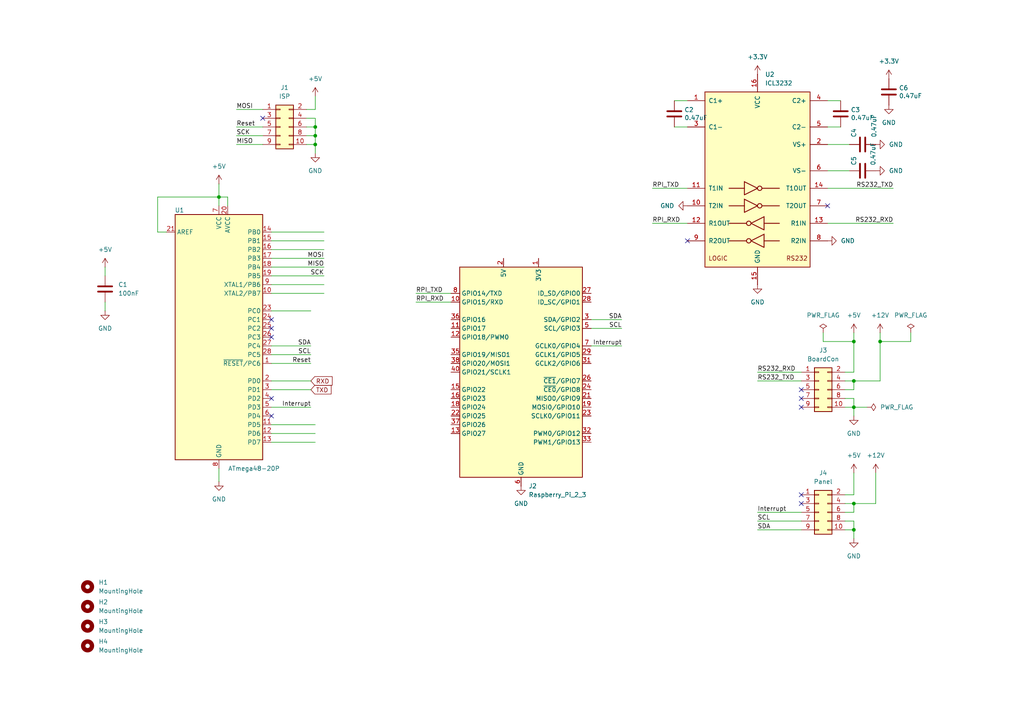
<source format=kicad_sch>
(kicad_sch
	(version 20231120)
	(generator "eeschema")
	(generator_version "8.0")
	(uuid "2777062a-260a-49c7-9a79-289c63518b5f")
	(paper "A4")
	(lib_symbols
		(symbol "Connector:Raspberry_Pi_2_3"
			(exclude_from_sim no)
			(in_bom yes)
			(on_board yes)
			(property "Reference" "J"
				(at -17.78 31.75 0)
				(effects
					(font
						(size 1.27 1.27)
					)
					(justify left bottom)
				)
			)
			(property "Value" "Raspberry_Pi_2_3"
				(at 10.16 -31.75 0)
				(effects
					(font
						(size 1.27 1.27)
					)
					(justify left top)
				)
			)
			(property "Footprint" ""
				(at 0 0 0)
				(effects
					(font
						(size 1.27 1.27)
					)
					(hide yes)
				)
			)
			(property "Datasheet" "https://www.raspberrypi.org/documentation/hardware/raspberrypi/schematics/rpi_SCH_3bplus_1p0_reduced.pdf"
				(at 60.96 -44.45 0)
				(effects
					(font
						(size 1.27 1.27)
					)
					(hide yes)
				)
			)
			(property "Description" "expansion header for Raspberry Pi 2 & 3"
				(at 0 0 0)
				(effects
					(font
						(size 1.27 1.27)
					)
					(hide yes)
				)
			)
			(property "ki_keywords" "raspberrypi gpio"
				(at 0 0 0)
				(effects
					(font
						(size 1.27 1.27)
					)
					(hide yes)
				)
			)
			(property "ki_fp_filters" "PinHeader*2x20*P2.54mm*Vertical* PinSocket*2x20*P2.54mm*Vertical*"
				(at 0 0 0)
				(effects
					(font
						(size 1.27 1.27)
					)
					(hide yes)
				)
			)
			(symbol "Raspberry_Pi_2_3_0_1"
				(rectangle
					(start -17.78 30.48)
					(end 17.78 -30.48)
					(stroke
						(width 0.254)
						(type default)
					)
					(fill
						(type background)
					)
				)
			)
			(symbol "Raspberry_Pi_2_3_1_1"
				(pin power_in line
					(at 5.08 33.02 270)
					(length 2.54)
					(name "3V3"
						(effects
							(font
								(size 1.27 1.27)
							)
						)
					)
					(number "1"
						(effects
							(font
								(size 1.27 1.27)
							)
						)
					)
				)
				(pin bidirectional line
					(at -20.32 20.32 0)
					(length 2.54)
					(name "GPIO15/RXD"
						(effects
							(font
								(size 1.27 1.27)
							)
						)
					)
					(number "10"
						(effects
							(font
								(size 1.27 1.27)
							)
						)
					)
				)
				(pin bidirectional line
					(at -20.32 12.7 0)
					(length 2.54)
					(name "GPIO17"
						(effects
							(font
								(size 1.27 1.27)
							)
						)
					)
					(number "11"
						(effects
							(font
								(size 1.27 1.27)
							)
						)
					)
				)
				(pin bidirectional line
					(at -20.32 10.16 0)
					(length 2.54)
					(name "GPIO18/PWM0"
						(effects
							(font
								(size 1.27 1.27)
							)
						)
					)
					(number "12"
						(effects
							(font
								(size 1.27 1.27)
							)
						)
					)
				)
				(pin bidirectional line
					(at -20.32 -17.78 0)
					(length 2.54)
					(name "GPIO27"
						(effects
							(font
								(size 1.27 1.27)
							)
						)
					)
					(number "13"
						(effects
							(font
								(size 1.27 1.27)
							)
						)
					)
				)
				(pin passive line
					(at 0 -33.02 90)
					(length 2.54) hide
					(name "GND"
						(effects
							(font
								(size 1.27 1.27)
							)
						)
					)
					(number "14"
						(effects
							(font
								(size 1.27 1.27)
							)
						)
					)
				)
				(pin bidirectional line
					(at -20.32 -5.08 0)
					(length 2.54)
					(name "GPIO22"
						(effects
							(font
								(size 1.27 1.27)
							)
						)
					)
					(number "15"
						(effects
							(font
								(size 1.27 1.27)
							)
						)
					)
				)
				(pin bidirectional line
					(at -20.32 -7.62 0)
					(length 2.54)
					(name "GPIO23"
						(effects
							(font
								(size 1.27 1.27)
							)
						)
					)
					(number "16"
						(effects
							(font
								(size 1.27 1.27)
							)
						)
					)
				)
				(pin passive line
					(at 5.08 33.02 270)
					(length 2.54) hide
					(name "3V3"
						(effects
							(font
								(size 1.27 1.27)
							)
						)
					)
					(number "17"
						(effects
							(font
								(size 1.27 1.27)
							)
						)
					)
				)
				(pin bidirectional line
					(at -20.32 -10.16 0)
					(length 2.54)
					(name "GPIO24"
						(effects
							(font
								(size 1.27 1.27)
							)
						)
					)
					(number "18"
						(effects
							(font
								(size 1.27 1.27)
							)
						)
					)
				)
				(pin bidirectional line
					(at 20.32 -10.16 180)
					(length 2.54)
					(name "MOSI0/GPIO10"
						(effects
							(font
								(size 1.27 1.27)
							)
						)
					)
					(number "19"
						(effects
							(font
								(size 1.27 1.27)
							)
						)
					)
				)
				(pin power_in line
					(at -5.08 33.02 270)
					(length 2.54)
					(name "5V"
						(effects
							(font
								(size 1.27 1.27)
							)
						)
					)
					(number "2"
						(effects
							(font
								(size 1.27 1.27)
							)
						)
					)
				)
				(pin passive line
					(at 0 -33.02 90)
					(length 2.54) hide
					(name "GND"
						(effects
							(font
								(size 1.27 1.27)
							)
						)
					)
					(number "20"
						(effects
							(font
								(size 1.27 1.27)
							)
						)
					)
				)
				(pin bidirectional line
					(at 20.32 -7.62 180)
					(length 2.54)
					(name "MISO0/GPIO9"
						(effects
							(font
								(size 1.27 1.27)
							)
						)
					)
					(number "21"
						(effects
							(font
								(size 1.27 1.27)
							)
						)
					)
				)
				(pin bidirectional line
					(at -20.32 -12.7 0)
					(length 2.54)
					(name "GPIO25"
						(effects
							(font
								(size 1.27 1.27)
							)
						)
					)
					(number "22"
						(effects
							(font
								(size 1.27 1.27)
							)
						)
					)
				)
				(pin bidirectional line
					(at 20.32 -12.7 180)
					(length 2.54)
					(name "SCLK0/GPIO11"
						(effects
							(font
								(size 1.27 1.27)
							)
						)
					)
					(number "23"
						(effects
							(font
								(size 1.27 1.27)
							)
						)
					)
				)
				(pin bidirectional line
					(at 20.32 -5.08 180)
					(length 2.54)
					(name "~{CE0}/GPIO8"
						(effects
							(font
								(size 1.27 1.27)
							)
						)
					)
					(number "24"
						(effects
							(font
								(size 1.27 1.27)
							)
						)
					)
				)
				(pin passive line
					(at 0 -33.02 90)
					(length 2.54) hide
					(name "GND"
						(effects
							(font
								(size 1.27 1.27)
							)
						)
					)
					(number "25"
						(effects
							(font
								(size 1.27 1.27)
							)
						)
					)
				)
				(pin bidirectional line
					(at 20.32 -2.54 180)
					(length 2.54)
					(name "~{CE1}/GPIO7"
						(effects
							(font
								(size 1.27 1.27)
							)
						)
					)
					(number "26"
						(effects
							(font
								(size 1.27 1.27)
							)
						)
					)
				)
				(pin bidirectional line
					(at 20.32 22.86 180)
					(length 2.54)
					(name "ID_SD/GPIO0"
						(effects
							(font
								(size 1.27 1.27)
							)
						)
					)
					(number "27"
						(effects
							(font
								(size 1.27 1.27)
							)
						)
					)
				)
				(pin bidirectional line
					(at 20.32 20.32 180)
					(length 2.54)
					(name "ID_SC/GPIO1"
						(effects
							(font
								(size 1.27 1.27)
							)
						)
					)
					(number "28"
						(effects
							(font
								(size 1.27 1.27)
							)
						)
					)
				)
				(pin bidirectional line
					(at 20.32 5.08 180)
					(length 2.54)
					(name "GCLK1/GPIO5"
						(effects
							(font
								(size 1.27 1.27)
							)
						)
					)
					(number "29"
						(effects
							(font
								(size 1.27 1.27)
							)
						)
					)
				)
				(pin bidirectional line
					(at 20.32 15.24 180)
					(length 2.54)
					(name "SDA/GPIO2"
						(effects
							(font
								(size 1.27 1.27)
							)
						)
					)
					(number "3"
						(effects
							(font
								(size 1.27 1.27)
							)
						)
					)
				)
				(pin passive line
					(at 0 -33.02 90)
					(length 2.54) hide
					(name "GND"
						(effects
							(font
								(size 1.27 1.27)
							)
						)
					)
					(number "30"
						(effects
							(font
								(size 1.27 1.27)
							)
						)
					)
				)
				(pin bidirectional line
					(at 20.32 2.54 180)
					(length 2.54)
					(name "GCLK2/GPIO6"
						(effects
							(font
								(size 1.27 1.27)
							)
						)
					)
					(number "31"
						(effects
							(font
								(size 1.27 1.27)
							)
						)
					)
				)
				(pin bidirectional line
					(at 20.32 -17.78 180)
					(length 2.54)
					(name "PWM0/GPIO12"
						(effects
							(font
								(size 1.27 1.27)
							)
						)
					)
					(number "32"
						(effects
							(font
								(size 1.27 1.27)
							)
						)
					)
				)
				(pin bidirectional line
					(at 20.32 -20.32 180)
					(length 2.54)
					(name "PWM1/GPIO13"
						(effects
							(font
								(size 1.27 1.27)
							)
						)
					)
					(number "33"
						(effects
							(font
								(size 1.27 1.27)
							)
						)
					)
				)
				(pin passive line
					(at 0 -33.02 90)
					(length 2.54) hide
					(name "GND"
						(effects
							(font
								(size 1.27 1.27)
							)
						)
					)
					(number "34"
						(effects
							(font
								(size 1.27 1.27)
							)
						)
					)
				)
				(pin bidirectional line
					(at -20.32 5.08 0)
					(length 2.54)
					(name "GPIO19/MISO1"
						(effects
							(font
								(size 1.27 1.27)
							)
						)
					)
					(number "35"
						(effects
							(font
								(size 1.27 1.27)
							)
						)
					)
				)
				(pin bidirectional line
					(at -20.32 15.24 0)
					(length 2.54)
					(name "GPIO16"
						(effects
							(font
								(size 1.27 1.27)
							)
						)
					)
					(number "36"
						(effects
							(font
								(size 1.27 1.27)
							)
						)
					)
				)
				(pin bidirectional line
					(at -20.32 -15.24 0)
					(length 2.54)
					(name "GPIO26"
						(effects
							(font
								(size 1.27 1.27)
							)
						)
					)
					(number "37"
						(effects
							(font
								(size 1.27 1.27)
							)
						)
					)
				)
				(pin bidirectional line
					(at -20.32 2.54 0)
					(length 2.54)
					(name "GPIO20/MOSI1"
						(effects
							(font
								(size 1.27 1.27)
							)
						)
					)
					(number "38"
						(effects
							(font
								(size 1.27 1.27)
							)
						)
					)
				)
				(pin passive line
					(at 0 -33.02 90)
					(length 2.54) hide
					(name "GND"
						(effects
							(font
								(size 1.27 1.27)
							)
						)
					)
					(number "39"
						(effects
							(font
								(size 1.27 1.27)
							)
						)
					)
				)
				(pin passive line
					(at -5.08 33.02 270)
					(length 2.54) hide
					(name "5V"
						(effects
							(font
								(size 1.27 1.27)
							)
						)
					)
					(number "4"
						(effects
							(font
								(size 1.27 1.27)
							)
						)
					)
				)
				(pin bidirectional line
					(at -20.32 0 0)
					(length 2.54)
					(name "GPIO21/SCLK1"
						(effects
							(font
								(size 1.27 1.27)
							)
						)
					)
					(number "40"
						(effects
							(font
								(size 1.27 1.27)
							)
						)
					)
				)
				(pin bidirectional line
					(at 20.32 12.7 180)
					(length 2.54)
					(name "SCL/GPIO3"
						(effects
							(font
								(size 1.27 1.27)
							)
						)
					)
					(number "5"
						(effects
							(font
								(size 1.27 1.27)
							)
						)
					)
				)
				(pin power_in line
					(at 0 -33.02 90)
					(length 2.54)
					(name "GND"
						(effects
							(font
								(size 1.27 1.27)
							)
						)
					)
					(number "6"
						(effects
							(font
								(size 1.27 1.27)
							)
						)
					)
				)
				(pin bidirectional line
					(at 20.32 7.62 180)
					(length 2.54)
					(name "GCLK0/GPIO4"
						(effects
							(font
								(size 1.27 1.27)
							)
						)
					)
					(number "7"
						(effects
							(font
								(size 1.27 1.27)
							)
						)
					)
				)
				(pin bidirectional line
					(at -20.32 22.86 0)
					(length 2.54)
					(name "GPIO14/TXD"
						(effects
							(font
								(size 1.27 1.27)
							)
						)
					)
					(number "8"
						(effects
							(font
								(size 1.27 1.27)
							)
						)
					)
				)
				(pin passive line
					(at 0 -33.02 90)
					(length 2.54) hide
					(name "GND"
						(effects
							(font
								(size 1.27 1.27)
							)
						)
					)
					(number "9"
						(effects
							(font
								(size 1.27 1.27)
							)
						)
					)
				)
			)
		)
		(symbol "Connector_Generic:Conn_02x05_Odd_Even"
			(pin_names
				(offset 1.016) hide)
			(exclude_from_sim no)
			(in_bom yes)
			(on_board yes)
			(property "Reference" "J"
				(at 1.27 7.62 0)
				(effects
					(font
						(size 1.27 1.27)
					)
				)
			)
			(property "Value" "Conn_02x05_Odd_Even"
				(at 1.27 -7.62 0)
				(effects
					(font
						(size 1.27 1.27)
					)
				)
			)
			(property "Footprint" ""
				(at 0 0 0)
				(effects
					(font
						(size 1.27 1.27)
					)
					(hide yes)
				)
			)
			(property "Datasheet" "~"
				(at 0 0 0)
				(effects
					(font
						(size 1.27 1.27)
					)
					(hide yes)
				)
			)
			(property "Description" "Generic connector, double row, 02x05, odd/even pin numbering scheme (row 1 odd numbers, row 2 even numbers), script generated (kicad-library-utils/schlib/autogen/connector/)"
				(at 0 0 0)
				(effects
					(font
						(size 1.27 1.27)
					)
					(hide yes)
				)
			)
			(property "ki_keywords" "connector"
				(at 0 0 0)
				(effects
					(font
						(size 1.27 1.27)
					)
					(hide yes)
				)
			)
			(property "ki_fp_filters" "Connector*:*_2x??_*"
				(at 0 0 0)
				(effects
					(font
						(size 1.27 1.27)
					)
					(hide yes)
				)
			)
			(symbol "Conn_02x05_Odd_Even_1_1"
				(rectangle
					(start -1.27 -4.953)
					(end 0 -5.207)
					(stroke
						(width 0.1524)
						(type default)
					)
					(fill
						(type none)
					)
				)
				(rectangle
					(start -1.27 -2.413)
					(end 0 -2.667)
					(stroke
						(width 0.1524)
						(type default)
					)
					(fill
						(type none)
					)
				)
				(rectangle
					(start -1.27 0.127)
					(end 0 -0.127)
					(stroke
						(width 0.1524)
						(type default)
					)
					(fill
						(type none)
					)
				)
				(rectangle
					(start -1.27 2.667)
					(end 0 2.413)
					(stroke
						(width 0.1524)
						(type default)
					)
					(fill
						(type none)
					)
				)
				(rectangle
					(start -1.27 5.207)
					(end 0 4.953)
					(stroke
						(width 0.1524)
						(type default)
					)
					(fill
						(type none)
					)
				)
				(rectangle
					(start -1.27 6.35)
					(end 3.81 -6.35)
					(stroke
						(width 0.254)
						(type default)
					)
					(fill
						(type background)
					)
				)
				(rectangle
					(start 3.81 -4.953)
					(end 2.54 -5.207)
					(stroke
						(width 0.1524)
						(type default)
					)
					(fill
						(type none)
					)
				)
				(rectangle
					(start 3.81 -2.413)
					(end 2.54 -2.667)
					(stroke
						(width 0.1524)
						(type default)
					)
					(fill
						(type none)
					)
				)
				(rectangle
					(start 3.81 0.127)
					(end 2.54 -0.127)
					(stroke
						(width 0.1524)
						(type default)
					)
					(fill
						(type none)
					)
				)
				(rectangle
					(start 3.81 2.667)
					(end 2.54 2.413)
					(stroke
						(width 0.1524)
						(type default)
					)
					(fill
						(type none)
					)
				)
				(rectangle
					(start 3.81 5.207)
					(end 2.54 4.953)
					(stroke
						(width 0.1524)
						(type default)
					)
					(fill
						(type none)
					)
				)
				(pin passive line
					(at -5.08 5.08 0)
					(length 3.81)
					(name "Pin_1"
						(effects
							(font
								(size 1.27 1.27)
							)
						)
					)
					(number "1"
						(effects
							(font
								(size 1.27 1.27)
							)
						)
					)
				)
				(pin passive line
					(at 7.62 -5.08 180)
					(length 3.81)
					(name "Pin_10"
						(effects
							(font
								(size 1.27 1.27)
							)
						)
					)
					(number "10"
						(effects
							(font
								(size 1.27 1.27)
							)
						)
					)
				)
				(pin passive line
					(at 7.62 5.08 180)
					(length 3.81)
					(name "Pin_2"
						(effects
							(font
								(size 1.27 1.27)
							)
						)
					)
					(number "2"
						(effects
							(font
								(size 1.27 1.27)
							)
						)
					)
				)
				(pin passive line
					(at -5.08 2.54 0)
					(length 3.81)
					(name "Pin_3"
						(effects
							(font
								(size 1.27 1.27)
							)
						)
					)
					(number "3"
						(effects
							(font
								(size 1.27 1.27)
							)
						)
					)
				)
				(pin passive line
					(at 7.62 2.54 180)
					(length 3.81)
					(name "Pin_4"
						(effects
							(font
								(size 1.27 1.27)
							)
						)
					)
					(number "4"
						(effects
							(font
								(size 1.27 1.27)
							)
						)
					)
				)
				(pin passive line
					(at -5.08 0 0)
					(length 3.81)
					(name "Pin_5"
						(effects
							(font
								(size 1.27 1.27)
							)
						)
					)
					(number "5"
						(effects
							(font
								(size 1.27 1.27)
							)
						)
					)
				)
				(pin passive line
					(at 7.62 0 180)
					(length 3.81)
					(name "Pin_6"
						(effects
							(font
								(size 1.27 1.27)
							)
						)
					)
					(number "6"
						(effects
							(font
								(size 1.27 1.27)
							)
						)
					)
				)
				(pin passive line
					(at -5.08 -2.54 0)
					(length 3.81)
					(name "Pin_7"
						(effects
							(font
								(size 1.27 1.27)
							)
						)
					)
					(number "7"
						(effects
							(font
								(size 1.27 1.27)
							)
						)
					)
				)
				(pin passive line
					(at 7.62 -2.54 180)
					(length 3.81)
					(name "Pin_8"
						(effects
							(font
								(size 1.27 1.27)
							)
						)
					)
					(number "8"
						(effects
							(font
								(size 1.27 1.27)
							)
						)
					)
				)
				(pin passive line
					(at -5.08 -5.08 0)
					(length 3.81)
					(name "Pin_9"
						(effects
							(font
								(size 1.27 1.27)
							)
						)
					)
					(number "9"
						(effects
							(font
								(size 1.27 1.27)
							)
						)
					)
				)
			)
		)
		(symbol "Device:C"
			(pin_numbers hide)
			(pin_names
				(offset 0.254)
			)
			(exclude_from_sim no)
			(in_bom yes)
			(on_board yes)
			(property "Reference" "C"
				(at 0.635 2.54 0)
				(effects
					(font
						(size 1.27 1.27)
					)
					(justify left)
				)
			)
			(property "Value" "C"
				(at 0.635 -2.54 0)
				(effects
					(font
						(size 1.27 1.27)
					)
					(justify left)
				)
			)
			(property "Footprint" ""
				(at 0.9652 -3.81 0)
				(effects
					(font
						(size 1.27 1.27)
					)
					(hide yes)
				)
			)
			(property "Datasheet" "~"
				(at 0 0 0)
				(effects
					(font
						(size 1.27 1.27)
					)
					(hide yes)
				)
			)
			(property "Description" "Unpolarized capacitor"
				(at 0 0 0)
				(effects
					(font
						(size 1.27 1.27)
					)
					(hide yes)
				)
			)
			(property "ki_keywords" "cap capacitor"
				(at 0 0 0)
				(effects
					(font
						(size 1.27 1.27)
					)
					(hide yes)
				)
			)
			(property "ki_fp_filters" "C_*"
				(at 0 0 0)
				(effects
					(font
						(size 1.27 1.27)
					)
					(hide yes)
				)
			)
			(symbol "C_0_1"
				(polyline
					(pts
						(xy -2.032 -0.762) (xy 2.032 -0.762)
					)
					(stroke
						(width 0.508)
						(type default)
					)
					(fill
						(type none)
					)
				)
				(polyline
					(pts
						(xy -2.032 0.762) (xy 2.032 0.762)
					)
					(stroke
						(width 0.508)
						(type default)
					)
					(fill
						(type none)
					)
				)
			)
			(symbol "C_1_1"
				(pin passive line
					(at 0 3.81 270)
					(length 2.794)
					(name "~"
						(effects
							(font
								(size 1.27 1.27)
							)
						)
					)
					(number "1"
						(effects
							(font
								(size 1.27 1.27)
							)
						)
					)
				)
				(pin passive line
					(at 0 -3.81 90)
					(length 2.794)
					(name "~"
						(effects
							(font
								(size 1.27 1.27)
							)
						)
					)
					(number "2"
						(effects
							(font
								(size 1.27 1.27)
							)
						)
					)
				)
			)
		)
		(symbol "Interface_UART:ICL3232"
			(pin_names
				(offset 1.016)
			)
			(exclude_from_sim no)
			(in_bom yes)
			(on_board yes)
			(property "Reference" "U"
				(at -2.54 28.575 0)
				(effects
					(font
						(size 1.27 1.27)
					)
					(justify right)
				)
			)
			(property "Value" "ICL3232"
				(at -2.54 26.67 0)
				(effects
					(font
						(size 1.27 1.27)
					)
					(justify right)
				)
			)
			(property "Footprint" ""
				(at 1.27 -26.67 0)
				(effects
					(font
						(size 1.27 1.27)
					)
					(justify left)
					(hide yes)
				)
			)
			(property "Datasheet" "http://www.intersil.com/content/dam/Intersil/documents/icl3/icl3221-22-23-32-41-43.pdf"
				(at 0 2.54 0)
				(effects
					(font
						(size 1.27 1.27)
					)
					(hide yes)
				)
			)
			(property "Description" "3.0V to 5.5V, Low-Power, up to 250kbps, True RS-232 Transceivers Using Four 0.1μF External Capacitors"
				(at 0 0 0)
				(effects
					(font
						(size 1.27 1.27)
					)
					(hide yes)
				)
			)
			(property "ki_keywords" "rs232 uart transceiver line-driver"
				(at 0 0 0)
				(effects
					(font
						(size 1.27 1.27)
					)
					(hide yes)
				)
			)
			(property "ki_fp_filters" "SOIC*P1.27mm* DIP*W7.62mm* TSSOP*4.4x5mm*P0.65mm*"
				(at 0 0 0)
				(effects
					(font
						(size 1.27 1.27)
					)
					(hide yes)
				)
			)
			(symbol "ICL3232_0_0"
				(text "LOGIC"
					(at -11.43 -22.86 0)
					(effects
						(font
							(size 1.27 1.27)
						)
					)
				)
				(text "RS232"
					(at 11.43 -22.86 0)
					(effects
						(font
							(size 1.27 1.27)
						)
					)
				)
			)
			(symbol "ICL3232_0_1"
				(rectangle
					(start -15.24 -25.4)
					(end 15.24 25.4)
					(stroke
						(width 0.254)
						(type default)
					)
					(fill
						(type background)
					)
				)
				(circle
					(center -2.54 -17.78)
					(radius 0.635)
					(stroke
						(width 0.254)
						(type default)
					)
					(fill
						(type none)
					)
				)
				(circle
					(center -2.54 -12.7)
					(radius 0.635)
					(stroke
						(width 0.254)
						(type default)
					)
					(fill
						(type none)
					)
				)
				(polyline
					(pts
						(xy -3.81 -7.62) (xy -8.255 -7.62)
					)
					(stroke
						(width 0.254)
						(type default)
					)
					(fill
						(type none)
					)
				)
				(polyline
					(pts
						(xy -3.81 -2.54) (xy -8.255 -2.54)
					)
					(stroke
						(width 0.254)
						(type default)
					)
					(fill
						(type none)
					)
				)
				(polyline
					(pts
						(xy -3.175 -17.78) (xy -8.255 -17.78)
					)
					(stroke
						(width 0.254)
						(type default)
					)
					(fill
						(type none)
					)
				)
				(polyline
					(pts
						(xy -3.175 -12.7) (xy -8.255 -12.7)
					)
					(stroke
						(width 0.254)
						(type default)
					)
					(fill
						(type none)
					)
				)
				(polyline
					(pts
						(xy 1.27 -7.62) (xy 6.35 -7.62)
					)
					(stroke
						(width 0.254)
						(type default)
					)
					(fill
						(type none)
					)
				)
				(polyline
					(pts
						(xy 1.27 -2.54) (xy 6.35 -2.54)
					)
					(stroke
						(width 0.254)
						(type default)
					)
					(fill
						(type none)
					)
				)
				(polyline
					(pts
						(xy 1.905 -17.78) (xy 6.35 -17.78)
					)
					(stroke
						(width 0.254)
						(type default)
					)
					(fill
						(type none)
					)
				)
				(polyline
					(pts
						(xy 1.905 -12.7) (xy 6.35 -12.7)
					)
					(stroke
						(width 0.254)
						(type default)
					)
					(fill
						(type none)
					)
				)
				(polyline
					(pts
						(xy -3.81 -5.715) (xy -3.81 -9.525) (xy 0 -7.62) (xy -3.81 -5.715)
					)
					(stroke
						(width 0.254)
						(type default)
					)
					(fill
						(type none)
					)
				)
				(polyline
					(pts
						(xy -3.81 -0.635) (xy -3.81 -4.445) (xy 0 -2.54) (xy -3.81 -0.635)
					)
					(stroke
						(width 0.254)
						(type default)
					)
					(fill
						(type none)
					)
				)
				(polyline
					(pts
						(xy 1.905 -15.875) (xy 1.905 -19.685) (xy -1.905 -17.78) (xy 1.905 -15.875)
					)
					(stroke
						(width 0.254)
						(type default)
					)
					(fill
						(type none)
					)
				)
				(polyline
					(pts
						(xy 1.905 -10.795) (xy 1.905 -14.605) (xy -1.905 -12.7) (xy 1.905 -10.795)
					)
					(stroke
						(width 0.254)
						(type default)
					)
					(fill
						(type none)
					)
				)
				(circle
					(center 0.635 -7.62)
					(radius 0.635)
					(stroke
						(width 0.254)
						(type default)
					)
					(fill
						(type none)
					)
				)
				(circle
					(center 0.635 -2.54)
					(radius 0.635)
					(stroke
						(width 0.254)
						(type default)
					)
					(fill
						(type none)
					)
				)
			)
			(symbol "ICL3232_1_1"
				(pin passive line
					(at -20.32 22.86 0)
					(length 5.08)
					(name "C1+"
						(effects
							(font
								(size 1.27 1.27)
							)
						)
					)
					(number "1"
						(effects
							(font
								(size 1.27 1.27)
							)
						)
					)
				)
				(pin input line
					(at -20.32 -7.62 0)
					(length 5.08)
					(name "T2IN"
						(effects
							(font
								(size 1.27 1.27)
							)
						)
					)
					(number "10"
						(effects
							(font
								(size 1.27 1.27)
							)
						)
					)
				)
				(pin input line
					(at -20.32 -2.54 0)
					(length 5.08)
					(name "T1IN"
						(effects
							(font
								(size 1.27 1.27)
							)
						)
					)
					(number "11"
						(effects
							(font
								(size 1.27 1.27)
							)
						)
					)
				)
				(pin output line
					(at -20.32 -12.7 0)
					(length 5.08)
					(name "R1OUT"
						(effects
							(font
								(size 1.27 1.27)
							)
						)
					)
					(number "12"
						(effects
							(font
								(size 1.27 1.27)
							)
						)
					)
				)
				(pin input line
					(at 20.32 -12.7 180)
					(length 5.08)
					(name "R1IN"
						(effects
							(font
								(size 1.27 1.27)
							)
						)
					)
					(number "13"
						(effects
							(font
								(size 1.27 1.27)
							)
						)
					)
				)
				(pin output line
					(at 20.32 -2.54 180)
					(length 5.08)
					(name "T1OUT"
						(effects
							(font
								(size 1.27 1.27)
							)
						)
					)
					(number "14"
						(effects
							(font
								(size 1.27 1.27)
							)
						)
					)
				)
				(pin power_in line
					(at 0 -30.48 90)
					(length 5.08)
					(name "GND"
						(effects
							(font
								(size 1.27 1.27)
							)
						)
					)
					(number "15"
						(effects
							(font
								(size 1.27 1.27)
							)
						)
					)
				)
				(pin power_in line
					(at 0 30.48 270)
					(length 5.08)
					(name "VCC"
						(effects
							(font
								(size 1.27 1.27)
							)
						)
					)
					(number "16"
						(effects
							(font
								(size 1.27 1.27)
							)
						)
					)
				)
				(pin power_out line
					(at 20.32 10.16 180)
					(length 5.08)
					(name "VS+"
						(effects
							(font
								(size 1.27 1.27)
							)
						)
					)
					(number "2"
						(effects
							(font
								(size 1.27 1.27)
							)
						)
					)
				)
				(pin passive line
					(at -20.32 15.24 0)
					(length 5.08)
					(name "C1-"
						(effects
							(font
								(size 1.27 1.27)
							)
						)
					)
					(number "3"
						(effects
							(font
								(size 1.27 1.27)
							)
						)
					)
				)
				(pin passive line
					(at 20.32 22.86 180)
					(length 5.08)
					(name "C2+"
						(effects
							(font
								(size 1.27 1.27)
							)
						)
					)
					(number "4"
						(effects
							(font
								(size 1.27 1.27)
							)
						)
					)
				)
				(pin passive line
					(at 20.32 15.24 180)
					(length 5.08)
					(name "C2-"
						(effects
							(font
								(size 1.27 1.27)
							)
						)
					)
					(number "5"
						(effects
							(font
								(size 1.27 1.27)
							)
						)
					)
				)
				(pin power_out line
					(at 20.32 2.54 180)
					(length 5.08)
					(name "VS-"
						(effects
							(font
								(size 1.27 1.27)
							)
						)
					)
					(number "6"
						(effects
							(font
								(size 1.27 1.27)
							)
						)
					)
				)
				(pin output line
					(at 20.32 -7.62 180)
					(length 5.08)
					(name "T2OUT"
						(effects
							(font
								(size 1.27 1.27)
							)
						)
					)
					(number "7"
						(effects
							(font
								(size 1.27 1.27)
							)
						)
					)
				)
				(pin input line
					(at 20.32 -17.78 180)
					(length 5.08)
					(name "R2IN"
						(effects
							(font
								(size 1.27 1.27)
							)
						)
					)
					(number "8"
						(effects
							(font
								(size 1.27 1.27)
							)
						)
					)
				)
				(pin output line
					(at -20.32 -17.78 0)
					(length 5.08)
					(name "R2OUT"
						(effects
							(font
								(size 1.27 1.27)
							)
						)
					)
					(number "9"
						(effects
							(font
								(size 1.27 1.27)
							)
						)
					)
				)
			)
		)
		(symbol "MCU_Microchip_ATmega:ATmega48-20P"
			(exclude_from_sim no)
			(in_bom yes)
			(on_board yes)
			(property "Reference" "U"
				(at -12.7 36.83 0)
				(effects
					(font
						(size 1.27 1.27)
					)
					(justify left bottom)
				)
			)
			(property "Value" "ATmega48-20P"
				(at 2.54 -36.83 0)
				(effects
					(font
						(size 1.27 1.27)
					)
					(justify left top)
				)
			)
			(property "Footprint" "Package_DIP:DIP-28_W7.62mm"
				(at 0 0 0)
				(effects
					(font
						(size 1.27 1.27)
						(italic yes)
					)
					(hide yes)
				)
			)
			(property "Datasheet" "http://ww1.microchip.com/downloads/en/DeviceDoc/Atmel-2545-8-bit-AVR-Microcontroller-ATmega48-88-168_Datasheet.pdf"
				(at 0 0 0)
				(effects
					(font
						(size 1.27 1.27)
					)
					(hide yes)
				)
			)
			(property "Description" "20MHz, 4kB Flash, 512B SRAM, 256B EEPROM, DIP-28"
				(at 0 0 0)
				(effects
					(font
						(size 1.27 1.27)
					)
					(hide yes)
				)
			)
			(property "ki_keywords" "AVR 8bit Microcontroller MegaAVR"
				(at 0 0 0)
				(effects
					(font
						(size 1.27 1.27)
					)
					(hide yes)
				)
			)
			(property "ki_fp_filters" "DIP*W7.62mm*"
				(at 0 0 0)
				(effects
					(font
						(size 1.27 1.27)
					)
					(hide yes)
				)
			)
			(symbol "ATmega48-20P_0_1"
				(rectangle
					(start -12.7 -35.56)
					(end 12.7 35.56)
					(stroke
						(width 0.254)
						(type default)
					)
					(fill
						(type background)
					)
				)
			)
			(symbol "ATmega48-20P_1_1"
				(pin bidirectional line
					(at 15.24 -7.62 180)
					(length 2.54)
					(name "~{RESET}/PC6"
						(effects
							(font
								(size 1.27 1.27)
							)
						)
					)
					(number "1"
						(effects
							(font
								(size 1.27 1.27)
							)
						)
					)
				)
				(pin bidirectional line
					(at 15.24 12.7 180)
					(length 2.54)
					(name "XTAL2/PB7"
						(effects
							(font
								(size 1.27 1.27)
							)
						)
					)
					(number "10"
						(effects
							(font
								(size 1.27 1.27)
							)
						)
					)
				)
				(pin bidirectional line
					(at 15.24 -25.4 180)
					(length 2.54)
					(name "PD5"
						(effects
							(font
								(size 1.27 1.27)
							)
						)
					)
					(number "11"
						(effects
							(font
								(size 1.27 1.27)
							)
						)
					)
				)
				(pin bidirectional line
					(at 15.24 -27.94 180)
					(length 2.54)
					(name "PD6"
						(effects
							(font
								(size 1.27 1.27)
							)
						)
					)
					(number "12"
						(effects
							(font
								(size 1.27 1.27)
							)
						)
					)
				)
				(pin bidirectional line
					(at 15.24 -30.48 180)
					(length 2.54)
					(name "PD7"
						(effects
							(font
								(size 1.27 1.27)
							)
						)
					)
					(number "13"
						(effects
							(font
								(size 1.27 1.27)
							)
						)
					)
				)
				(pin bidirectional line
					(at 15.24 30.48 180)
					(length 2.54)
					(name "PB0"
						(effects
							(font
								(size 1.27 1.27)
							)
						)
					)
					(number "14"
						(effects
							(font
								(size 1.27 1.27)
							)
						)
					)
				)
				(pin bidirectional line
					(at 15.24 27.94 180)
					(length 2.54)
					(name "PB1"
						(effects
							(font
								(size 1.27 1.27)
							)
						)
					)
					(number "15"
						(effects
							(font
								(size 1.27 1.27)
							)
						)
					)
				)
				(pin bidirectional line
					(at 15.24 25.4 180)
					(length 2.54)
					(name "PB2"
						(effects
							(font
								(size 1.27 1.27)
							)
						)
					)
					(number "16"
						(effects
							(font
								(size 1.27 1.27)
							)
						)
					)
				)
				(pin bidirectional line
					(at 15.24 22.86 180)
					(length 2.54)
					(name "PB3"
						(effects
							(font
								(size 1.27 1.27)
							)
						)
					)
					(number "17"
						(effects
							(font
								(size 1.27 1.27)
							)
						)
					)
				)
				(pin bidirectional line
					(at 15.24 20.32 180)
					(length 2.54)
					(name "PB4"
						(effects
							(font
								(size 1.27 1.27)
							)
						)
					)
					(number "18"
						(effects
							(font
								(size 1.27 1.27)
							)
						)
					)
				)
				(pin bidirectional line
					(at 15.24 17.78 180)
					(length 2.54)
					(name "PB5"
						(effects
							(font
								(size 1.27 1.27)
							)
						)
					)
					(number "19"
						(effects
							(font
								(size 1.27 1.27)
							)
						)
					)
				)
				(pin bidirectional line
					(at 15.24 -12.7 180)
					(length 2.54)
					(name "PD0"
						(effects
							(font
								(size 1.27 1.27)
							)
						)
					)
					(number "2"
						(effects
							(font
								(size 1.27 1.27)
							)
						)
					)
				)
				(pin power_in line
					(at 2.54 38.1 270)
					(length 2.54)
					(name "AVCC"
						(effects
							(font
								(size 1.27 1.27)
							)
						)
					)
					(number "20"
						(effects
							(font
								(size 1.27 1.27)
							)
						)
					)
				)
				(pin passive line
					(at -15.24 30.48 0)
					(length 2.54)
					(name "AREF"
						(effects
							(font
								(size 1.27 1.27)
							)
						)
					)
					(number "21"
						(effects
							(font
								(size 1.27 1.27)
							)
						)
					)
				)
				(pin passive line
					(at 0 -38.1 90)
					(length 2.54) hide
					(name "GND"
						(effects
							(font
								(size 1.27 1.27)
							)
						)
					)
					(number "22"
						(effects
							(font
								(size 1.27 1.27)
							)
						)
					)
				)
				(pin bidirectional line
					(at 15.24 7.62 180)
					(length 2.54)
					(name "PC0"
						(effects
							(font
								(size 1.27 1.27)
							)
						)
					)
					(number "23"
						(effects
							(font
								(size 1.27 1.27)
							)
						)
					)
				)
				(pin bidirectional line
					(at 15.24 5.08 180)
					(length 2.54)
					(name "PC1"
						(effects
							(font
								(size 1.27 1.27)
							)
						)
					)
					(number "24"
						(effects
							(font
								(size 1.27 1.27)
							)
						)
					)
				)
				(pin bidirectional line
					(at 15.24 2.54 180)
					(length 2.54)
					(name "PC2"
						(effects
							(font
								(size 1.27 1.27)
							)
						)
					)
					(number "25"
						(effects
							(font
								(size 1.27 1.27)
							)
						)
					)
				)
				(pin bidirectional line
					(at 15.24 0 180)
					(length 2.54)
					(name "PC3"
						(effects
							(font
								(size 1.27 1.27)
							)
						)
					)
					(number "26"
						(effects
							(font
								(size 1.27 1.27)
							)
						)
					)
				)
				(pin bidirectional line
					(at 15.24 -2.54 180)
					(length 2.54)
					(name "PC4"
						(effects
							(font
								(size 1.27 1.27)
							)
						)
					)
					(number "27"
						(effects
							(font
								(size 1.27 1.27)
							)
						)
					)
				)
				(pin bidirectional line
					(at 15.24 -5.08 180)
					(length 2.54)
					(name "PC5"
						(effects
							(font
								(size 1.27 1.27)
							)
						)
					)
					(number "28"
						(effects
							(font
								(size 1.27 1.27)
							)
						)
					)
				)
				(pin bidirectional line
					(at 15.24 -15.24 180)
					(length 2.54)
					(name "PD1"
						(effects
							(font
								(size 1.27 1.27)
							)
						)
					)
					(number "3"
						(effects
							(font
								(size 1.27 1.27)
							)
						)
					)
				)
				(pin bidirectional line
					(at 15.24 -17.78 180)
					(length 2.54)
					(name "PD2"
						(effects
							(font
								(size 1.27 1.27)
							)
						)
					)
					(number "4"
						(effects
							(font
								(size 1.27 1.27)
							)
						)
					)
				)
				(pin bidirectional line
					(at 15.24 -20.32 180)
					(length 2.54)
					(name "PD3"
						(effects
							(font
								(size 1.27 1.27)
							)
						)
					)
					(number "5"
						(effects
							(font
								(size 1.27 1.27)
							)
						)
					)
				)
				(pin bidirectional line
					(at 15.24 -22.86 180)
					(length 2.54)
					(name "PD4"
						(effects
							(font
								(size 1.27 1.27)
							)
						)
					)
					(number "6"
						(effects
							(font
								(size 1.27 1.27)
							)
						)
					)
				)
				(pin power_in line
					(at 0 38.1 270)
					(length 2.54)
					(name "VCC"
						(effects
							(font
								(size 1.27 1.27)
							)
						)
					)
					(number "7"
						(effects
							(font
								(size 1.27 1.27)
							)
						)
					)
				)
				(pin power_in line
					(at 0 -38.1 90)
					(length 2.54)
					(name "GND"
						(effects
							(font
								(size 1.27 1.27)
							)
						)
					)
					(number "8"
						(effects
							(font
								(size 1.27 1.27)
							)
						)
					)
				)
				(pin bidirectional line
					(at 15.24 15.24 180)
					(length 2.54)
					(name "XTAL1/PB6"
						(effects
							(font
								(size 1.27 1.27)
							)
						)
					)
					(number "9"
						(effects
							(font
								(size 1.27 1.27)
							)
						)
					)
				)
			)
		)
		(symbol "Mechanical:MountingHole"
			(pin_names
				(offset 1.016)
			)
			(exclude_from_sim no)
			(in_bom yes)
			(on_board yes)
			(property "Reference" "H"
				(at 0 5.08 0)
				(effects
					(font
						(size 1.27 1.27)
					)
				)
			)
			(property "Value" "MountingHole"
				(at 0 3.175 0)
				(effects
					(font
						(size 1.27 1.27)
					)
				)
			)
			(property "Footprint" ""
				(at 0 0 0)
				(effects
					(font
						(size 1.27 1.27)
					)
					(hide yes)
				)
			)
			(property "Datasheet" "~"
				(at 0 0 0)
				(effects
					(font
						(size 1.27 1.27)
					)
					(hide yes)
				)
			)
			(property "Description" "Mounting Hole without connection"
				(at 0 0 0)
				(effects
					(font
						(size 1.27 1.27)
					)
					(hide yes)
				)
			)
			(property "ki_keywords" "mounting hole"
				(at 0 0 0)
				(effects
					(font
						(size 1.27 1.27)
					)
					(hide yes)
				)
			)
			(property "ki_fp_filters" "MountingHole*"
				(at 0 0 0)
				(effects
					(font
						(size 1.27 1.27)
					)
					(hide yes)
				)
			)
			(symbol "MountingHole_0_1"
				(circle
					(center 0 0)
					(radius 1.27)
					(stroke
						(width 1.27)
						(type default)
					)
					(fill
						(type none)
					)
				)
			)
		)
		(symbol "power:+12V"
			(power)
			(pin_numbers hide)
			(pin_names
				(offset 0) hide)
			(exclude_from_sim no)
			(in_bom yes)
			(on_board yes)
			(property "Reference" "#PWR"
				(at 0 -3.81 0)
				(effects
					(font
						(size 1.27 1.27)
					)
					(hide yes)
				)
			)
			(property "Value" "+12V"
				(at 0 3.556 0)
				(effects
					(font
						(size 1.27 1.27)
					)
				)
			)
			(property "Footprint" ""
				(at 0 0 0)
				(effects
					(font
						(size 1.27 1.27)
					)
					(hide yes)
				)
			)
			(property "Datasheet" ""
				(at 0 0 0)
				(effects
					(font
						(size 1.27 1.27)
					)
					(hide yes)
				)
			)
			(property "Description" "Power symbol creates a global label with name \"+12V\""
				(at 0 0 0)
				(effects
					(font
						(size 1.27 1.27)
					)
					(hide yes)
				)
			)
			(property "ki_keywords" "global power"
				(at 0 0 0)
				(effects
					(font
						(size 1.27 1.27)
					)
					(hide yes)
				)
			)
			(symbol "+12V_0_1"
				(polyline
					(pts
						(xy -0.762 1.27) (xy 0 2.54)
					)
					(stroke
						(width 0)
						(type default)
					)
					(fill
						(type none)
					)
				)
				(polyline
					(pts
						(xy 0 0) (xy 0 2.54)
					)
					(stroke
						(width 0)
						(type default)
					)
					(fill
						(type none)
					)
				)
				(polyline
					(pts
						(xy 0 2.54) (xy 0.762 1.27)
					)
					(stroke
						(width 0)
						(type default)
					)
					(fill
						(type none)
					)
				)
			)
			(symbol "+12V_1_1"
				(pin power_in line
					(at 0 0 90)
					(length 0)
					(name "~"
						(effects
							(font
								(size 1.27 1.27)
							)
						)
					)
					(number "1"
						(effects
							(font
								(size 1.27 1.27)
							)
						)
					)
				)
			)
		)
		(symbol "power:+3.3V"
			(power)
			(pin_numbers hide)
			(pin_names
				(offset 0) hide)
			(exclude_from_sim no)
			(in_bom yes)
			(on_board yes)
			(property "Reference" "#PWR"
				(at 0 -3.81 0)
				(effects
					(font
						(size 1.27 1.27)
					)
					(hide yes)
				)
			)
			(property "Value" "+3.3V"
				(at 0 3.556 0)
				(effects
					(font
						(size 1.27 1.27)
					)
				)
			)
			(property "Footprint" ""
				(at 0 0 0)
				(effects
					(font
						(size 1.27 1.27)
					)
					(hide yes)
				)
			)
			(property "Datasheet" ""
				(at 0 0 0)
				(effects
					(font
						(size 1.27 1.27)
					)
					(hide yes)
				)
			)
			(property "Description" "Power symbol creates a global label with name \"+3.3V\""
				(at 0 0 0)
				(effects
					(font
						(size 1.27 1.27)
					)
					(hide yes)
				)
			)
			(property "ki_keywords" "global power"
				(at 0 0 0)
				(effects
					(font
						(size 1.27 1.27)
					)
					(hide yes)
				)
			)
			(symbol "+3.3V_0_1"
				(polyline
					(pts
						(xy -0.762 1.27) (xy 0 2.54)
					)
					(stroke
						(width 0)
						(type default)
					)
					(fill
						(type none)
					)
				)
				(polyline
					(pts
						(xy 0 0) (xy 0 2.54)
					)
					(stroke
						(width 0)
						(type default)
					)
					(fill
						(type none)
					)
				)
				(polyline
					(pts
						(xy 0 2.54) (xy 0.762 1.27)
					)
					(stroke
						(width 0)
						(type default)
					)
					(fill
						(type none)
					)
				)
			)
			(symbol "+3.3V_1_1"
				(pin power_in line
					(at 0 0 90)
					(length 0)
					(name "~"
						(effects
							(font
								(size 1.27 1.27)
							)
						)
					)
					(number "1"
						(effects
							(font
								(size 1.27 1.27)
							)
						)
					)
				)
			)
		)
		(symbol "power:+5V"
			(power)
			(pin_numbers hide)
			(pin_names
				(offset 0) hide)
			(exclude_from_sim no)
			(in_bom yes)
			(on_board yes)
			(property "Reference" "#PWR"
				(at 0 -3.81 0)
				(effects
					(font
						(size 1.27 1.27)
					)
					(hide yes)
				)
			)
			(property "Value" "+5V"
				(at 0 3.556 0)
				(effects
					(font
						(size 1.27 1.27)
					)
				)
			)
			(property "Footprint" ""
				(at 0 0 0)
				(effects
					(font
						(size 1.27 1.27)
					)
					(hide yes)
				)
			)
			(property "Datasheet" ""
				(at 0 0 0)
				(effects
					(font
						(size 1.27 1.27)
					)
					(hide yes)
				)
			)
			(property "Description" "Power symbol creates a global label with name \"+5V\""
				(at 0 0 0)
				(effects
					(font
						(size 1.27 1.27)
					)
					(hide yes)
				)
			)
			(property "ki_keywords" "global power"
				(at 0 0 0)
				(effects
					(font
						(size 1.27 1.27)
					)
					(hide yes)
				)
			)
			(symbol "+5V_0_1"
				(polyline
					(pts
						(xy -0.762 1.27) (xy 0 2.54)
					)
					(stroke
						(width 0)
						(type default)
					)
					(fill
						(type none)
					)
				)
				(polyline
					(pts
						(xy 0 0) (xy 0 2.54)
					)
					(stroke
						(width 0)
						(type default)
					)
					(fill
						(type none)
					)
				)
				(polyline
					(pts
						(xy 0 2.54) (xy 0.762 1.27)
					)
					(stroke
						(width 0)
						(type default)
					)
					(fill
						(type none)
					)
				)
			)
			(symbol "+5V_1_1"
				(pin power_in line
					(at 0 0 90)
					(length 0)
					(name "~"
						(effects
							(font
								(size 1.27 1.27)
							)
						)
					)
					(number "1"
						(effects
							(font
								(size 1.27 1.27)
							)
						)
					)
				)
			)
		)
		(symbol "power:GND"
			(power)
			(pin_numbers hide)
			(pin_names
				(offset 0) hide)
			(exclude_from_sim no)
			(in_bom yes)
			(on_board yes)
			(property "Reference" "#PWR"
				(at 0 -6.35 0)
				(effects
					(font
						(size 1.27 1.27)
					)
					(hide yes)
				)
			)
			(property "Value" "GND"
				(at 0 -3.81 0)
				(effects
					(font
						(size 1.27 1.27)
					)
				)
			)
			(property "Footprint" ""
				(at 0 0 0)
				(effects
					(font
						(size 1.27 1.27)
					)
					(hide yes)
				)
			)
			(property "Datasheet" ""
				(at 0 0 0)
				(effects
					(font
						(size 1.27 1.27)
					)
					(hide yes)
				)
			)
			(property "Description" "Power symbol creates a global label with name \"GND\" , ground"
				(at 0 0 0)
				(effects
					(font
						(size 1.27 1.27)
					)
					(hide yes)
				)
			)
			(property "ki_keywords" "global power"
				(at 0 0 0)
				(effects
					(font
						(size 1.27 1.27)
					)
					(hide yes)
				)
			)
			(symbol "GND_0_1"
				(polyline
					(pts
						(xy 0 0) (xy 0 -1.27) (xy 1.27 -1.27) (xy 0 -2.54) (xy -1.27 -1.27) (xy 0 -1.27)
					)
					(stroke
						(width 0)
						(type default)
					)
					(fill
						(type none)
					)
				)
			)
			(symbol "GND_1_1"
				(pin power_in line
					(at 0 0 270)
					(length 0)
					(name "~"
						(effects
							(font
								(size 1.27 1.27)
							)
						)
					)
					(number "1"
						(effects
							(font
								(size 1.27 1.27)
							)
						)
					)
				)
			)
		)
		(symbol "power:PWR_FLAG"
			(power)
			(pin_numbers hide)
			(pin_names
				(offset 0) hide)
			(exclude_from_sim no)
			(in_bom yes)
			(on_board yes)
			(property "Reference" "#FLG"
				(at 0 1.905 0)
				(effects
					(font
						(size 1.27 1.27)
					)
					(hide yes)
				)
			)
			(property "Value" "PWR_FLAG"
				(at 0 3.81 0)
				(effects
					(font
						(size 1.27 1.27)
					)
				)
			)
			(property "Footprint" ""
				(at 0 0 0)
				(effects
					(font
						(size 1.27 1.27)
					)
					(hide yes)
				)
			)
			(property "Datasheet" "~"
				(at 0 0 0)
				(effects
					(font
						(size 1.27 1.27)
					)
					(hide yes)
				)
			)
			(property "Description" "Special symbol for telling ERC where power comes from"
				(at 0 0 0)
				(effects
					(font
						(size 1.27 1.27)
					)
					(hide yes)
				)
			)
			(property "ki_keywords" "flag power"
				(at 0 0 0)
				(effects
					(font
						(size 1.27 1.27)
					)
					(hide yes)
				)
			)
			(symbol "PWR_FLAG_0_0"
				(pin power_out line
					(at 0 0 90)
					(length 0)
					(name "~"
						(effects
							(font
								(size 1.27 1.27)
							)
						)
					)
					(number "1"
						(effects
							(font
								(size 1.27 1.27)
							)
						)
					)
				)
			)
			(symbol "PWR_FLAG_0_1"
				(polyline
					(pts
						(xy 0 0) (xy 0 1.27) (xy -1.016 1.905) (xy 0 2.54) (xy 1.016 1.905) (xy 0 1.27)
					)
					(stroke
						(width 0)
						(type default)
					)
					(fill
						(type none)
					)
				)
			)
		)
	)
	(junction
		(at 91.44 39.37)
		(diameter 0)
		(color 0 0 0 0)
		(uuid "0016a9ff-003a-43a6-8031-a90984c697e0")
	)
	(junction
		(at 247.65 118.11)
		(diameter 0)
		(color 0 0 0 0)
		(uuid "4bc5446a-b4b5-46d4-b0fb-88962118a8e9")
	)
	(junction
		(at 247.65 99.06)
		(diameter 0)
		(color 0 0 0 0)
		(uuid "5ca288db-bbb4-44e4-86de-aec27cc4f05a")
	)
	(junction
		(at 247.65 146.05)
		(diameter 0)
		(color 0 0 0 0)
		(uuid "65e65927-f441-4112-ae6b-d47da4973b7c")
	)
	(junction
		(at 247.65 153.67)
		(diameter 0)
		(color 0 0 0 0)
		(uuid "901da81b-eff2-4610-8d7a-3b9ee5ae4e41")
	)
	(junction
		(at 247.65 110.49)
		(diameter 0)
		(color 0 0 0 0)
		(uuid "97e3a0cb-d4f6-4e0b-84c3-5278b3777616")
	)
	(junction
		(at 91.44 36.83)
		(diameter 0)
		(color 0 0 0 0)
		(uuid "9953266f-06c3-4ba0-88d0-42de42aca816")
	)
	(junction
		(at 63.5 57.15)
		(diameter 0)
		(color 0 0 0 0)
		(uuid "aaa00bc8-4aa4-4211-8826-8405e375b3a2")
	)
	(junction
		(at 255.27 99.06)
		(diameter 0)
		(color 0 0 0 0)
		(uuid "ce4ac2dd-2a14-4882-9a7f-42da08b94440")
	)
	(junction
		(at 91.44 41.91)
		(diameter 0)
		(color 0 0 0 0)
		(uuid "f3b3b054-ddc0-4b75-afbd-ad712dd8e6d5")
	)
	(no_connect
		(at 232.41 146.05)
		(uuid "288688da-6702-4ba6-8e73-215f69b03328")
	)
	(no_connect
		(at 78.74 120.65)
		(uuid "2cc561b8-214a-426c-837b-fdb6ba78d18c")
	)
	(no_connect
		(at 76.2 34.29)
		(uuid "2d0fc67d-8d8d-4ebc-aba6-02cb4645fe04")
	)
	(no_connect
		(at 78.74 97.79)
		(uuid "2d558d12-14e4-4895-b845-4ccd155326f3")
	)
	(no_connect
		(at 199.39 69.85)
		(uuid "32b1dc06-fcc1-4a91-a1ce-558979c424f1")
	)
	(no_connect
		(at 232.41 118.11)
		(uuid "4a4b2a81-a647-4001-94ab-13c2e3657aa9")
	)
	(no_connect
		(at 78.74 92.71)
		(uuid "6cb53d62-fca3-4987-a5d9-c1ee538d7caf")
	)
	(no_connect
		(at 232.41 143.51)
		(uuid "7ea166ac-3d75-4ec4-a26e-8294bea019ae")
	)
	(no_connect
		(at 240.03 59.69)
		(uuid "8ab4dcf0-c19f-41a4-b194-662b1af73018")
	)
	(no_connect
		(at 78.74 115.57)
		(uuid "9960d024-cb04-4cc0-a495-4de462e1cbad")
	)
	(no_connect
		(at 232.41 115.57)
		(uuid "b25addaf-fb4e-43bb-85e3-6319c67cef26")
	)
	(no_connect
		(at 232.41 113.03)
		(uuid "d0b48781-944b-4088-bd6e-5cb4671e9b93")
	)
	(no_connect
		(at 78.74 95.25)
		(uuid "f177c065-5372-47a1-907d-36a0c545ad96")
	)
	(wire
		(pts
			(xy 238.76 99.06) (xy 247.65 99.06)
		)
		(stroke
			(width 0)
			(type default)
		)
		(uuid "0092c4d0-e80b-4e39-a5c1-83e60e8ddb9b")
	)
	(wire
		(pts
			(xy 245.11 110.49) (xy 247.65 110.49)
		)
		(stroke
			(width 0)
			(type default)
		)
		(uuid "05be30c3-2975-41bc-879e-27118d45cd2e")
	)
	(wire
		(pts
			(xy 88.9 34.29) (xy 91.44 34.29)
		)
		(stroke
			(width 0)
			(type default)
		)
		(uuid "0c058396-2a15-4766-b91a-cd76b6add7a7")
	)
	(wire
		(pts
			(xy 78.74 128.27) (xy 91.44 128.27)
		)
		(stroke
			(width 0)
			(type default)
		)
		(uuid "0eafee2d-8a63-4f2f-9c8e-ca7be438e795")
	)
	(wire
		(pts
			(xy 78.74 69.85) (xy 93.98 69.85)
		)
		(stroke
			(width 0)
			(type default)
		)
		(uuid "0f3ae3ef-fa6b-4bf7-9188-4235149fc055")
	)
	(wire
		(pts
			(xy 78.74 80.01) (xy 93.98 80.01)
		)
		(stroke
			(width 0)
			(type default)
		)
		(uuid "10a462b6-e21f-41b3-b6e2-c300af9e12c1")
	)
	(wire
		(pts
			(xy 247.65 148.59) (xy 247.65 146.05)
		)
		(stroke
			(width 0)
			(type default)
		)
		(uuid "10e6b5b0-a9ed-479b-a5a7-474d54f2e285")
	)
	(wire
		(pts
			(xy 247.65 115.57) (xy 247.65 118.11)
		)
		(stroke
			(width 0)
			(type default)
		)
		(uuid "1248664e-ad64-49f7-b850-a557daa44d53")
	)
	(wire
		(pts
			(xy 66.04 57.15) (xy 66.04 59.69)
		)
		(stroke
			(width 0)
			(type default)
		)
		(uuid "13fcc563-f784-4605-9be6-032309d3de48")
	)
	(wire
		(pts
			(xy 195.58 36.83) (xy 199.39 36.83)
		)
		(stroke
			(width 0)
			(type default)
		)
		(uuid "1dbf4bb8-5eeb-4154-8445-faf38e9ac37d")
	)
	(wire
		(pts
			(xy 171.45 92.71) (xy 180.34 92.71)
		)
		(stroke
			(width 0)
			(type default)
		)
		(uuid "1ed44cbe-d692-4d8d-beb6-af645614ab6d")
	)
	(wire
		(pts
			(xy 68.58 36.83) (xy 76.2 36.83)
		)
		(stroke
			(width 0)
			(type default)
		)
		(uuid "2127c2ab-58e8-446d-bd16-d928087d263c")
	)
	(wire
		(pts
			(xy 78.74 72.39) (xy 93.98 72.39)
		)
		(stroke
			(width 0)
			(type default)
		)
		(uuid "23df0f4d-1442-45a5-bc5c-0d71ea5460f8")
	)
	(wire
		(pts
			(xy 247.65 113.03) (xy 247.65 110.49)
		)
		(stroke
			(width 0)
			(type default)
		)
		(uuid "25fa32e7-f303-4999-9d56-11368e14a3a3")
	)
	(wire
		(pts
			(xy 171.45 100.33) (xy 180.34 100.33)
		)
		(stroke
			(width 0)
			(type default)
		)
		(uuid "269cf301-24a9-4410-81f4-9041845b1b39")
	)
	(wire
		(pts
			(xy 247.65 118.11) (xy 247.65 120.65)
		)
		(stroke
			(width 0)
			(type default)
		)
		(uuid "2898984c-b2e1-4676-b3a7-e95788908559")
	)
	(wire
		(pts
			(xy 189.23 54.61) (xy 199.39 54.61)
		)
		(stroke
			(width 0)
			(type default)
		)
		(uuid "2a05c0ac-f1b4-4ed5-bc8c-78e805b5dd81")
	)
	(wire
		(pts
			(xy 48.26 67.31) (xy 45.72 67.31)
		)
		(stroke
			(width 0)
			(type default)
		)
		(uuid "2b3a5d17-2341-4f5d-8ff5-bd8f9031c517")
	)
	(wire
		(pts
			(xy 88.9 31.75) (xy 91.44 31.75)
		)
		(stroke
			(width 0)
			(type default)
		)
		(uuid "2e180543-cb9c-43bc-888b-0306ca532b80")
	)
	(wire
		(pts
			(xy 78.74 110.49) (xy 90.17 110.49)
		)
		(stroke
			(width 0)
			(type default)
		)
		(uuid "36bc0f41-501a-42c8-b66b-c2758d100d2f")
	)
	(wire
		(pts
			(xy 219.71 148.59) (xy 232.41 148.59)
		)
		(stroke
			(width 0)
			(type default)
		)
		(uuid "3a020e83-ced3-4c8f-a7ba-c21921721680")
	)
	(wire
		(pts
			(xy 247.65 153.67) (xy 247.65 156.21)
		)
		(stroke
			(width 0)
			(type default)
		)
		(uuid "3bee4b6b-31ba-424f-85d4-f9232efc537a")
	)
	(wire
		(pts
			(xy 68.58 41.91) (xy 76.2 41.91)
		)
		(stroke
			(width 0)
			(type default)
		)
		(uuid "3f256a33-6a92-45a5-a3b0-e2e835397bfd")
	)
	(wire
		(pts
			(xy 245.11 148.59) (xy 247.65 148.59)
		)
		(stroke
			(width 0)
			(type default)
		)
		(uuid "4ba01047-b9d1-4b4d-89a5-3150275860be")
	)
	(wire
		(pts
			(xy 78.74 85.09) (xy 93.98 85.09)
		)
		(stroke
			(width 0)
			(type default)
		)
		(uuid "4cfffba8-a8d2-478f-85ba-d2b9e7e454c7")
	)
	(wire
		(pts
			(xy 247.65 118.11) (xy 251.46 118.11)
		)
		(stroke
			(width 0)
			(type default)
		)
		(uuid "5052a1aa-41c8-43b7-b850-08cca0e97c13")
	)
	(wire
		(pts
			(xy 219.71 110.49) (xy 232.41 110.49)
		)
		(stroke
			(width 0)
			(type default)
		)
		(uuid "52d30f96-0697-4061-a862-7fdb68b0f820")
	)
	(wire
		(pts
			(xy 78.74 125.73) (xy 91.44 125.73)
		)
		(stroke
			(width 0)
			(type default)
		)
		(uuid "548aa0c8-60d2-4652-89f9-6c372dd93032")
	)
	(wire
		(pts
			(xy 88.9 39.37) (xy 91.44 39.37)
		)
		(stroke
			(width 0)
			(type default)
		)
		(uuid "54c7282e-b3b2-4e51-9c3a-98cd2cf52c8d")
	)
	(wire
		(pts
			(xy 88.9 36.83) (xy 91.44 36.83)
		)
		(stroke
			(width 0)
			(type default)
		)
		(uuid "5528b1c6-8dd2-4d4a-b09a-c1b419f17876")
	)
	(wire
		(pts
			(xy 247.65 110.49) (xy 255.27 110.49)
		)
		(stroke
			(width 0)
			(type default)
		)
		(uuid "57249f4d-c3d2-4b33-9e08-c23a55f22998")
	)
	(wire
		(pts
			(xy 245.11 118.11) (xy 247.65 118.11)
		)
		(stroke
			(width 0)
			(type default)
		)
		(uuid "58701b88-d3fc-4f24-a615-1980ea30a3c0")
	)
	(wire
		(pts
			(xy 247.65 99.06) (xy 247.65 96.52)
		)
		(stroke
			(width 0)
			(type default)
		)
		(uuid "58d2bac2-3a29-4732-b6ab-e36355317819")
	)
	(wire
		(pts
			(xy 78.74 74.93) (xy 93.98 74.93)
		)
		(stroke
			(width 0)
			(type default)
		)
		(uuid "5a541281-195c-4179-af25-30ee7a40c439")
	)
	(wire
		(pts
			(xy 245.11 143.51) (xy 247.65 143.51)
		)
		(stroke
			(width 0)
			(type default)
		)
		(uuid "5a76ac46-e8d3-46f3-bcdb-5c0aa02c0c81")
	)
	(wire
		(pts
			(xy 88.9 41.91) (xy 91.44 41.91)
		)
		(stroke
			(width 0)
			(type default)
		)
		(uuid "61ebf436-e292-4e53-9529-307299b6b06c")
	)
	(wire
		(pts
			(xy 195.58 29.21) (xy 199.39 29.21)
		)
		(stroke
			(width 0)
			(type default)
		)
		(uuid "63559092-3edb-4d99-a447-9dddb528e4bf")
	)
	(wire
		(pts
			(xy 120.65 85.09) (xy 130.81 85.09)
		)
		(stroke
			(width 0)
			(type default)
		)
		(uuid "6a2f4981-3fd1-417c-ad62-af5cf414f455")
	)
	(wire
		(pts
			(xy 63.5 135.89) (xy 63.5 139.7)
		)
		(stroke
			(width 0)
			(type default)
		)
		(uuid "73a1249c-26e0-4227-bd5f-fcc5c1c6085c")
	)
	(wire
		(pts
			(xy 240.03 54.61) (xy 259.08 54.61)
		)
		(stroke
			(width 0)
			(type default)
		)
		(uuid "790b08a0-4e8a-4b8e-8c3d-65e6cc4bbfe0")
	)
	(wire
		(pts
			(xy 245.11 146.05) (xy 247.65 146.05)
		)
		(stroke
			(width 0)
			(type default)
		)
		(uuid "7d396fe9-3143-43bb-ac9b-4d43abf3773b")
	)
	(wire
		(pts
			(xy 240.03 49.53) (xy 246.38 49.53)
		)
		(stroke
			(width 0)
			(type default)
		)
		(uuid "802b1351-c9cc-4460-9ab9-9f8f7f8cb73f")
	)
	(wire
		(pts
			(xy 63.5 53.34) (xy 63.5 57.15)
		)
		(stroke
			(width 0)
			(type default)
		)
		(uuid "83b62ad5-fac7-4216-a305-918094d73fe3")
	)
	(wire
		(pts
			(xy 219.71 153.67) (xy 232.41 153.67)
		)
		(stroke
			(width 0)
			(type default)
		)
		(uuid "8763f8d4-b80d-4e7c-9cba-117110dc7420")
	)
	(wire
		(pts
			(xy 91.44 41.91) (xy 91.44 44.45)
		)
		(stroke
			(width 0)
			(type default)
		)
		(uuid "8bb495e7-1c6d-425b-90b6-67339f55d659")
	)
	(wire
		(pts
			(xy 78.74 77.47) (xy 93.98 77.47)
		)
		(stroke
			(width 0)
			(type default)
		)
		(uuid "8bfae33f-02f4-4f78-b3fc-e04896937d5b")
	)
	(wire
		(pts
			(xy 255.27 110.49) (xy 255.27 99.06)
		)
		(stroke
			(width 0)
			(type default)
		)
		(uuid "905f062d-2fac-4df5-8370-45a25996b02a")
	)
	(wire
		(pts
			(xy 78.74 82.55) (xy 93.98 82.55)
		)
		(stroke
			(width 0)
			(type default)
		)
		(uuid "90c699b0-6269-4464-8384-3d017cc15baa")
	)
	(wire
		(pts
			(xy 78.74 105.41) (xy 90.17 105.41)
		)
		(stroke
			(width 0)
			(type default)
		)
		(uuid "93c3ec01-a1b7-480b-acf7-7eeee549c5f3")
	)
	(wire
		(pts
			(xy 245.11 153.67) (xy 247.65 153.67)
		)
		(stroke
			(width 0)
			(type default)
		)
		(uuid "94202bc9-1929-4c33-a084-4d16ed38a101")
	)
	(wire
		(pts
			(xy 91.44 36.83) (xy 91.44 39.37)
		)
		(stroke
			(width 0)
			(type default)
		)
		(uuid "95a26e0b-4aa0-4f1c-b554-9c8521918ff6")
	)
	(wire
		(pts
			(xy 238.76 96.52) (xy 238.76 99.06)
		)
		(stroke
			(width 0)
			(type default)
		)
		(uuid "95a91f2a-138c-4460-909e-8ce5946c34d5")
	)
	(wire
		(pts
			(xy 78.74 123.19) (xy 91.44 123.19)
		)
		(stroke
			(width 0)
			(type default)
		)
		(uuid "a2a58685-c252-4f82-811c-81f6d6c735ce")
	)
	(wire
		(pts
			(xy 240.03 64.77) (xy 259.08 64.77)
		)
		(stroke
			(width 0)
			(type default)
		)
		(uuid "a4a3bbfe-136f-45ff-80b8-95fdcd745373")
	)
	(wire
		(pts
			(xy 30.48 87.63) (xy 30.48 90.17)
		)
		(stroke
			(width 0)
			(type default)
		)
		(uuid "a9ff143d-bd0d-46c8-be4d-8df42d3f0793")
	)
	(wire
		(pts
			(xy 171.45 95.25) (xy 180.34 95.25)
		)
		(stroke
			(width 0)
			(type default)
		)
		(uuid "ab6293d7-d383-4b5f-9c31-1b9df7e846c2")
	)
	(wire
		(pts
			(xy 189.23 64.77) (xy 199.39 64.77)
		)
		(stroke
			(width 0)
			(type default)
		)
		(uuid "b1302ce9-bfba-49d3-b257-dae42808a3d0")
	)
	(wire
		(pts
			(xy 219.71 107.95) (xy 232.41 107.95)
		)
		(stroke
			(width 0)
			(type default)
		)
		(uuid "b43b50b3-2b04-473e-a60c-0a0687a3d773")
	)
	(wire
		(pts
			(xy 247.65 151.13) (xy 247.65 153.67)
		)
		(stroke
			(width 0)
			(type default)
		)
		(uuid "b6b747bd-21c1-4c15-a3cf-415a353ac50d")
	)
	(wire
		(pts
			(xy 254 137.16) (xy 254 146.05)
		)
		(stroke
			(width 0)
			(type default)
		)
		(uuid "b8f75653-e00f-41c2-ae53-238d17a0868a")
	)
	(wire
		(pts
			(xy 245.11 113.03) (xy 247.65 113.03)
		)
		(stroke
			(width 0)
			(type default)
		)
		(uuid "b9014e8f-2133-4464-9fbf-74d238cabf17")
	)
	(wire
		(pts
			(xy 254 146.05) (xy 247.65 146.05)
		)
		(stroke
			(width 0)
			(type default)
		)
		(uuid "b9438d37-6145-47cb-bc43-4bdaf7b75685")
	)
	(wire
		(pts
			(xy 245.11 115.57) (xy 247.65 115.57)
		)
		(stroke
			(width 0)
			(type default)
		)
		(uuid "b9d1fa2d-e781-40b7-b3b9-99c23e87c503")
	)
	(wire
		(pts
			(xy 78.74 90.17) (xy 90.17 90.17)
		)
		(stroke
			(width 0)
			(type default)
		)
		(uuid "ba8d1072-8476-47d2-a49d-81071ccec660")
	)
	(wire
		(pts
			(xy 91.44 34.29) (xy 91.44 36.83)
		)
		(stroke
			(width 0)
			(type default)
		)
		(uuid "bca5d125-ec8a-412d-bcf2-cd2b7051a682")
	)
	(wire
		(pts
			(xy 219.71 151.13) (xy 232.41 151.13)
		)
		(stroke
			(width 0)
			(type default)
		)
		(uuid "bcb22330-d393-438e-a221-ff9d51cbb99d")
	)
	(wire
		(pts
			(xy 91.44 31.75) (xy 91.44 27.94)
		)
		(stroke
			(width 0)
			(type default)
		)
		(uuid "c00931d7-2fa0-4d30-b4e1-29384a9445a7")
	)
	(wire
		(pts
			(xy 240.03 36.83) (xy 243.84 36.83)
		)
		(stroke
			(width 0)
			(type default)
		)
		(uuid "c1438fb2-7d12-4005-a8f5-334f8bd5f6ad")
	)
	(wire
		(pts
			(xy 245.11 107.95) (xy 247.65 107.95)
		)
		(stroke
			(width 0)
			(type default)
		)
		(uuid "c1565ee3-cd65-41a8-a2ef-ed24320b4ec8")
	)
	(wire
		(pts
			(xy 45.72 57.15) (xy 63.5 57.15)
		)
		(stroke
			(width 0)
			(type default)
		)
		(uuid "c7b9866c-842c-4f48-83ff-c771d1811931")
	)
	(wire
		(pts
			(xy 247.65 143.51) (xy 247.65 137.16)
		)
		(stroke
			(width 0)
			(type default)
		)
		(uuid "cfaeea5b-0cb4-46ca-873f-2b76ac18a17a")
	)
	(wire
		(pts
			(xy 63.5 57.15) (xy 63.5 59.69)
		)
		(stroke
			(width 0)
			(type default)
		)
		(uuid "cfe905da-a949-46a2-9cf5-95f00303d8fe")
	)
	(wire
		(pts
			(xy 264.16 99.06) (xy 255.27 99.06)
		)
		(stroke
			(width 0)
			(type default)
		)
		(uuid "d01fc524-bac2-428f-9e01-eddd52ce2133")
	)
	(wire
		(pts
			(xy 247.65 107.95) (xy 247.65 99.06)
		)
		(stroke
			(width 0)
			(type default)
		)
		(uuid "d11bbe34-110a-4bed-aa1e-291c82e978ab")
	)
	(wire
		(pts
			(xy 63.5 57.15) (xy 66.04 57.15)
		)
		(stroke
			(width 0)
			(type default)
		)
		(uuid "d2715c26-30e5-4686-a954-bb0c58bf6582")
	)
	(wire
		(pts
			(xy 240.03 41.91) (xy 246.38 41.91)
		)
		(stroke
			(width 0)
			(type default)
		)
		(uuid "dabe563e-85d6-4e73-aef6-b61a4a8a822d")
	)
	(wire
		(pts
			(xy 255.27 96.52) (xy 255.27 99.06)
		)
		(stroke
			(width 0)
			(type default)
		)
		(uuid "dd53a7c4-2956-479c-8f55-e26d7d114e2b")
	)
	(wire
		(pts
			(xy 91.44 39.37) (xy 91.44 41.91)
		)
		(stroke
			(width 0)
			(type default)
		)
		(uuid "dea813e2-b5b2-4485-b1d7-098165b985c8")
	)
	(wire
		(pts
			(xy 68.58 39.37) (xy 76.2 39.37)
		)
		(stroke
			(width 0)
			(type default)
		)
		(uuid "e03ee559-3b17-4b82-9ed1-09cba8e9e256")
	)
	(wire
		(pts
			(xy 264.16 96.52) (xy 264.16 99.06)
		)
		(stroke
			(width 0)
			(type default)
		)
		(uuid "e0b7c8b4-ffe8-409d-ba23-51c93d5ac27e")
	)
	(wire
		(pts
			(xy 78.74 67.31) (xy 93.98 67.31)
		)
		(stroke
			(width 0)
			(type default)
		)
		(uuid "e5a05a18-87c4-45cd-87b3-1308c5fefaac")
	)
	(wire
		(pts
			(xy 78.74 100.33) (xy 90.17 100.33)
		)
		(stroke
			(width 0)
			(type default)
		)
		(uuid "e65d0b33-30be-44cb-90f0-1713eb87348d")
	)
	(wire
		(pts
			(xy 78.74 113.03) (xy 90.17 113.03)
		)
		(stroke
			(width 0)
			(type default)
		)
		(uuid "ebfd5b03-4076-491c-b455-5944387e0b10")
	)
	(wire
		(pts
			(xy 120.65 87.63) (xy 130.81 87.63)
		)
		(stroke
			(width 0)
			(type default)
		)
		(uuid "ec9e9417-eae9-4511-8b7e-868049c9c5de")
	)
	(wire
		(pts
			(xy 45.72 67.31) (xy 45.72 57.15)
		)
		(stroke
			(width 0)
			(type default)
		)
		(uuid "ecf41efd-6abb-4626-a19e-09d49b1ff27d")
	)
	(wire
		(pts
			(xy 30.48 77.47) (xy 30.48 80.01)
		)
		(stroke
			(width 0)
			(type default)
		)
		(uuid "ee8a9adb-344f-4cbe-bc66-8b2acb62e439")
	)
	(wire
		(pts
			(xy 78.74 118.11) (xy 90.17 118.11)
		)
		(stroke
			(width 0)
			(type default)
		)
		(uuid "f31facff-c9a0-4b11-94fc-7ea8a0da1e5b")
	)
	(wire
		(pts
			(xy 240.03 29.21) (xy 243.84 29.21)
		)
		(stroke
			(width 0)
			(type default)
		)
		(uuid "f3533ca7-60b0-4900-ab4c-a46aa8cd6d66")
	)
	(wire
		(pts
			(xy 68.58 31.75) (xy 76.2 31.75)
		)
		(stroke
			(width 0)
			(type default)
		)
		(uuid "f5f73e15-9a3b-4dfc-bf91-330f98bff4f7")
	)
	(wire
		(pts
			(xy 78.74 102.87) (xy 90.17 102.87)
		)
		(stroke
			(width 0)
			(type default)
		)
		(uuid "f9f2a78b-c8f7-4ab6-8ee8-c38c8fcfd1bf")
	)
	(wire
		(pts
			(xy 245.11 151.13) (xy 247.65 151.13)
		)
		(stroke
			(width 0)
			(type default)
		)
		(uuid "feb32f57-52cb-4905-a275-38802e25b06e")
	)
	(label "MISO"
		(at 68.58 41.91 0)
		(fields_autoplaced yes)
		(effects
			(font
				(size 1.27 1.27)
			)
			(justify left bottom)
		)
		(uuid "11bd0d07-e282-4c55-8032-b0d824b8ec28")
	)
	(label "RPI_TXD"
		(at 120.65 85.09 0)
		(fields_autoplaced yes)
		(effects
			(font
				(size 1.27 1.27)
			)
			(justify left bottom)
		)
		(uuid "1898402e-614f-4b99-8ed1-1568aa49f534")
	)
	(label "Interrupt"
		(at 219.71 148.59 0)
		(fields_autoplaced yes)
		(effects
			(font
				(size 1.27 1.27)
			)
			(justify left bottom)
		)
		(uuid "20a0be78-e3b5-4cc7-86f0-02ba6d3421ed")
	)
	(label "MOSI"
		(at 93.98 74.93 180)
		(fields_autoplaced yes)
		(effects
			(font
				(size 1.27 1.27)
			)
			(justify right bottom)
		)
		(uuid "2117e6d7-6004-4a51-930f-e6da639f58c5")
	)
	(label "SCK"
		(at 93.98 80.01 180)
		(fields_autoplaced yes)
		(effects
			(font
				(size 1.27 1.27)
			)
			(justify right bottom)
		)
		(uuid "2ed43b04-4048-4f3b-9036-17f02795120d")
	)
	(label "RS232_RXD"
		(at 259.08 64.77 180)
		(fields_autoplaced yes)
		(effects
			(font
				(size 1.27 1.27)
			)
			(justify right bottom)
		)
		(uuid "317c1cb5-3479-4148-9abe-bab3d1bd538b")
	)
	(label "RPI_RXD"
		(at 189.23 64.77 0)
		(fields_autoplaced yes)
		(effects
			(font
				(size 1.27 1.27)
			)
			(justify left bottom)
		)
		(uuid "3706110d-b6a5-4719-b9c1-f003a6cf96fd")
	)
	(label "SCL"
		(at 219.71 151.13 0)
		(fields_autoplaced yes)
		(effects
			(font
				(size 1.27 1.27)
			)
			(justify left bottom)
		)
		(uuid "3b791be0-69f3-473b-b827-9588da0f986e")
	)
	(label "SDA"
		(at 219.71 153.67 0)
		(fields_autoplaced yes)
		(effects
			(font
				(size 1.27 1.27)
			)
			(justify left bottom)
		)
		(uuid "45042c89-0c09-4dab-8614-4cf7c9e49b84")
	)
	(label "MISO"
		(at 93.98 77.47 180)
		(fields_autoplaced yes)
		(effects
			(font
				(size 1.27 1.27)
			)
			(justify right bottom)
		)
		(uuid "54ffae6c-72e0-4738-a283-46fcd19687af")
	)
	(label "RS232_TXD"
		(at 219.71 110.49 0)
		(fields_autoplaced yes)
		(effects
			(font
				(size 1.27 1.27)
			)
			(justify left bottom)
		)
		(uuid "5b28b5ff-58b9-4072-b0fe-bdfd516da08d")
	)
	(label "SCK"
		(at 68.58 39.37 0)
		(fields_autoplaced yes)
		(effects
			(font
				(size 1.27 1.27)
			)
			(justify left bottom)
		)
		(uuid "5e6d4f56-9e10-432a-96b6-1afb1aa495e3")
	)
	(label "Interrupt"
		(at 90.17 118.11 180)
		(fields_autoplaced yes)
		(effects
			(font
				(size 1.27 1.27)
			)
			(justify right bottom)
		)
		(uuid "74c416c4-28c2-4c2f-8ca9-61e9d1a95559")
	)
	(label "RPI_TXD"
		(at 189.23 54.61 0)
		(fields_autoplaced yes)
		(effects
			(font
				(size 1.27 1.27)
			)
			(justify left bottom)
		)
		(uuid "86fbb34c-a942-484a-9361-b083277f2b1e")
	)
	(label "SCL"
		(at 180.34 95.25 180)
		(fields_autoplaced yes)
		(effects
			(font
				(size 1.27 1.27)
			)
			(justify right bottom)
		)
		(uuid "8cfc3cef-60d8-4cab-a579-17995c634d56")
	)
	(label "SDA"
		(at 180.34 92.71 180)
		(fields_autoplaced yes)
		(effects
			(font
				(size 1.27 1.27)
			)
			(justify right bottom)
		)
		(uuid "8ef3de02-5c1d-4c83-9e15-9efb978426df")
	)
	(label "SCL"
		(at 90.17 102.87 180)
		(fields_autoplaced yes)
		(effects
			(font
				(size 1.27 1.27)
			)
			(justify right bottom)
		)
		(uuid "938974a7-f16e-4e0e-8f0a-af4e71152ee1")
	)
	(label "SDA"
		(at 90.17 100.33 180)
		(fields_autoplaced yes)
		(effects
			(font
				(size 1.27 1.27)
			)
			(justify right bottom)
		)
		(uuid "ad846dd8-6e64-483a-9688-547d2d19e0ab")
	)
	(label "Interrupt"
		(at 180.34 100.33 180)
		(fields_autoplaced yes)
		(effects
			(font
				(size 1.27 1.27)
			)
			(justify right bottom)
		)
		(uuid "aee10bef-ccb5-4090-a303-112b150bf473")
	)
	(label "RPI_RXD"
		(at 120.65 87.63 0)
		(fields_autoplaced yes)
		(effects
			(font
				(size 1.27 1.27)
			)
			(justify left bottom)
		)
		(uuid "b962d898-20dc-49f6-aafc-d68fb5a2fc6e")
	)
	(label "RS232_RXD"
		(at 219.71 107.95 0)
		(fields_autoplaced yes)
		(effects
			(font
				(size 1.27 1.27)
			)
			(justify left bottom)
		)
		(uuid "bf5bd21f-a288-4b7c-b831-054b36bf2881")
	)
	(label "Reset"
		(at 68.58 36.83 0)
		(fields_autoplaced yes)
		(effects
			(font
				(size 1.27 1.27)
			)
			(justify left bottom)
		)
		(uuid "c839905a-708b-450c-af39-341b09a6e696")
	)
	(label "Reset"
		(at 90.17 105.41 180)
		(fields_autoplaced yes)
		(effects
			(font
				(size 1.27 1.27)
			)
			(justify right bottom)
		)
		(uuid "e59d1bfa-e28b-4c32-85b1-0a91d116e948")
	)
	(label "RS232_TXD"
		(at 259.08 54.61 180)
		(fields_autoplaced yes)
		(effects
			(font
				(size 1.27 1.27)
			)
			(justify right bottom)
		)
		(uuid "ecf619a3-bdef-443f-b761-cbd68e044ba8")
	)
	(label "MOSI"
		(at 68.58 31.75 0)
		(fields_autoplaced yes)
		(effects
			(font
				(size 1.27 1.27)
			)
			(justify left bottom)
		)
		(uuid "f5d4ae86-280e-4cfa-a07f-2c958c0b67e0")
	)
	(global_label "TXD"
		(shape input)
		(at 90.17 113.03 0)
		(fields_autoplaced yes)
		(effects
			(font
				(size 1.27 1.27)
			)
			(justify left)
		)
		(uuid "4076a4c8-b74a-4e62-8d4c-544cbcebf253")
		(property "Intersheetrefs" "${INTERSHEET_REFS}"
			(at 96.0302 112.9506 0)
			(effects
				(font
					(size 1.27 1.27)
				)
				(justify left)
				(hide yes)
			)
		)
	)
	(global_label "RXD"
		(shape input)
		(at 90.17 110.49 0)
		(fields_autoplaced yes)
		(effects
			(font
				(size 1.27 1.27)
			)
			(justify left)
		)
		(uuid "b109506f-7808-4da9-8f41-d4e9702f3c0d")
		(property "Intersheetrefs" "${INTERSHEET_REFS}"
			(at 96.3326 110.4106 0)
			(effects
				(font
					(size 1.27 1.27)
				)
				(justify left)
				(hide yes)
			)
		)
	)
	(symbol
		(lib_id "Mechanical:MountingHole")
		(at 25.4 170.18 0)
		(unit 1)
		(exclude_from_sim no)
		(in_bom yes)
		(on_board yes)
		(dnp no)
		(fields_autoplaced yes)
		(uuid "02b7a932-93c8-4f4c-bc3f-6de4890de299")
		(property "Reference" "H1"
			(at 28.575 168.91 0)
			(effects
				(font
					(size 1.27 1.27)
				)
				(justify left)
			)
		)
		(property "Value" "MountingHole"
			(at 28.575 171.45 0)
			(effects
				(font
					(size 1.27 1.27)
				)
				(justify left)
			)
		)
		(property "Footprint" "MountingHole:MountingHole_3mm"
			(at 25.4 170.18 0)
			(effects
				(font
					(size 1.27 1.27)
				)
				(hide yes)
			)
		)
		(property "Datasheet" "~"
			(at 25.4 170.18 0)
			(effects
				(font
					(size 1.27 1.27)
				)
				(hide yes)
			)
		)
		(property "Description" "Mounting Hole without connection"
			(at 25.4 170.18 0)
			(effects
				(font
					(size 1.27 1.27)
				)
				(hide yes)
			)
		)
		(instances
			(project "Panel-RPiBreakout"
				(path "/2777062a-260a-49c7-9a79-289c63518b5f"
					(reference "H1")
					(unit 1)
				)
			)
		)
	)
	(symbol
		(lib_id "power:+12V")
		(at 254 137.16 0)
		(unit 1)
		(exclude_from_sim no)
		(in_bom yes)
		(on_board yes)
		(dnp no)
		(fields_autoplaced yes)
		(uuid "1ab468e5-76cb-442b-adca-320cf50c2eec")
		(property "Reference" "#PWR010"
			(at 254 140.97 0)
			(effects
				(font
					(size 1.27 1.27)
				)
				(hide yes)
			)
		)
		(property "Value" "+12V"
			(at 254 132.08 0)
			(effects
				(font
					(size 1.27 1.27)
				)
			)
		)
		(property "Footprint" ""
			(at 254 137.16 0)
			(effects
				(font
					(size 1.27 1.27)
				)
				(hide yes)
			)
		)
		(property "Datasheet" ""
			(at 254 137.16 0)
			(effects
				(font
					(size 1.27 1.27)
				)
				(hide yes)
			)
		)
		(property "Description" "Power symbol creates a global label with name \"+12V\""
			(at 254 137.16 0)
			(effects
				(font
					(size 1.27 1.27)
				)
				(hide yes)
			)
		)
		(pin "1"
			(uuid "3a3695bd-5714-4601-9a6e-ced9b0f1e114")
		)
		(instances
			(project "Panel-RPiBreakout"
				(path "/2777062a-260a-49c7-9a79-289c63518b5f"
					(reference "#PWR010")
					(unit 1)
				)
			)
		)
	)
	(symbol
		(lib_id "power:PWR_FLAG")
		(at 238.76 96.52 0)
		(unit 1)
		(exclude_from_sim no)
		(in_bom yes)
		(on_board yes)
		(dnp no)
		(fields_autoplaced yes)
		(uuid "1f1634fa-96e3-4fda-a702-82b9abdf697e")
		(property "Reference" "#FLG03"
			(at 238.76 94.615 0)
			(effects
				(font
					(size 1.27 1.27)
				)
				(hide yes)
			)
		)
		(property "Value" "PWR_FLAG"
			(at 238.76 91.44 0)
			(effects
				(font
					(size 1.27 1.27)
				)
			)
		)
		(property "Footprint" ""
			(at 238.76 96.52 0)
			(effects
				(font
					(size 1.27 1.27)
				)
				(hide yes)
			)
		)
		(property "Datasheet" "~"
			(at 238.76 96.52 0)
			(effects
				(font
					(size 1.27 1.27)
				)
				(hide yes)
			)
		)
		(property "Description" "Special symbol for telling ERC where power comes from"
			(at 238.76 96.52 0)
			(effects
				(font
					(size 1.27 1.27)
				)
				(hide yes)
			)
		)
		(pin "1"
			(uuid "12111d3d-8d37-4082-a3da-22d8d0d40cbd")
		)
		(instances
			(project "Panel-RPiBreakout"
				(path "/2777062a-260a-49c7-9a79-289c63518b5f"
					(reference "#FLG03")
					(unit 1)
				)
			)
		)
	)
	(symbol
		(lib_id "Mechanical:MountingHole")
		(at 25.4 181.61 0)
		(unit 1)
		(exclude_from_sim no)
		(in_bom yes)
		(on_board yes)
		(dnp no)
		(fields_autoplaced yes)
		(uuid "242f282b-a54d-425d-9fec-582315373220")
		(property "Reference" "H3"
			(at 28.575 180.34 0)
			(effects
				(font
					(size 1.27 1.27)
				)
				(justify left)
			)
		)
		(property "Value" "MountingHole"
			(at 28.575 182.88 0)
			(effects
				(font
					(size 1.27 1.27)
				)
				(justify left)
			)
		)
		(property "Footprint" "MountingHole:MountingHole_3mm"
			(at 25.4 181.61 0)
			(effects
				(font
					(size 1.27 1.27)
				)
				(hide yes)
			)
		)
		(property "Datasheet" "~"
			(at 25.4 181.61 0)
			(effects
				(font
					(size 1.27 1.27)
				)
				(hide yes)
			)
		)
		(property "Description" "Mounting Hole without connection"
			(at 25.4 181.61 0)
			(effects
				(font
					(size 1.27 1.27)
				)
				(hide yes)
			)
		)
		(instances
			(project "Panel-RPiBreakout"
				(path "/2777062a-260a-49c7-9a79-289c63518b5f"
					(reference "H3")
					(unit 1)
				)
			)
		)
	)
	(symbol
		(lib_id "Device:C")
		(at 250.19 41.91 90)
		(unit 1)
		(exclude_from_sim no)
		(in_bom yes)
		(on_board yes)
		(dnp no)
		(uuid "3461ec5f-d31a-4527-8a72-8fd6e3f119d7")
		(property "Reference" "C4"
			(at 247.65 39.878 0)
			(effects
				(font
					(size 1.27 1.27)
				)
				(justify left)
			)
		)
		(property "Value" "0.47uF"
			(at 253.492 39.878 0)
			(effects
				(font
					(size 1.27 1.27)
				)
				(justify left)
			)
		)
		(property "Footprint" "Capacitor_THT:C_Rect_L7.0mm_W3.5mm_P5.00mm"
			(at 254 40.9448 0)
			(effects
				(font
					(size 1.27 1.27)
				)
				(hide yes)
			)
		)
		(property "Datasheet" "~"
			(at 250.19 41.91 0)
			(effects
				(font
					(size 1.27 1.27)
				)
				(hide yes)
			)
		)
		(property "Description" "Unpolarized capacitor"
			(at 250.19 41.91 0)
			(effects
				(font
					(size 1.27 1.27)
				)
				(hide yes)
			)
		)
		(property "Type" "MLCC"
			(at 250.19 41.91 0)
			(effects
				(font
					(size 1.27 1.27)
				)
				(hide yes)
			)
		)
		(property "Voltage" "50V"
			(at 250.19 41.91 0)
			(effects
				(font
					(size 1.27 1.27)
				)
				(hide yes)
			)
		)
		(property "Supplier" "Digikey"
			(at 250.19 41.91 0)
			(effects
				(font
					(size 1.27 1.27)
				)
				(hide yes)
			)
		)
		(property "Supplier_Ref" "445-173138-1-ND"
			(at 250.19 41.91 0)
			(effects
				(font
					(size 1.27 1.27)
				)
				(hide yes)
			)
		)
		(pin "1"
			(uuid "9fb3cd34-43c3-4635-b689-849bb46878ee")
		)
		(pin "2"
			(uuid "d00f4c4e-7d54-4f9a-8791-6dcfa9f5f7bb")
		)
		(instances
			(project "Panel-RPiBreakout"
				(path "/2777062a-260a-49c7-9a79-289c63518b5f"
					(reference "C4")
					(unit 1)
				)
			)
		)
	)
	(symbol
		(lib_id "power:GND")
		(at 247.65 156.21 0)
		(unit 1)
		(exclude_from_sim no)
		(in_bom yes)
		(on_board yes)
		(dnp no)
		(fields_autoplaced yes)
		(uuid "3f895ad4-3d32-448d-8e40-01cc46a30172")
		(property "Reference" "#PWR09"
			(at 247.65 162.56 0)
			(effects
				(font
					(size 1.27 1.27)
				)
				(hide yes)
			)
		)
		(property "Value" "GND"
			(at 247.65 161.29 0)
			(effects
				(font
					(size 1.27 1.27)
				)
			)
		)
		(property "Footprint" ""
			(at 247.65 156.21 0)
			(effects
				(font
					(size 1.27 1.27)
				)
				(hide yes)
			)
		)
		(property "Datasheet" ""
			(at 247.65 156.21 0)
			(effects
				(font
					(size 1.27 1.27)
				)
				(hide yes)
			)
		)
		(property "Description" "Power symbol creates a global label with name \"GND\" , ground"
			(at 247.65 156.21 0)
			(effects
				(font
					(size 1.27 1.27)
				)
				(hide yes)
			)
		)
		(pin "1"
			(uuid "3c29f761-ba59-4724-824a-5bb4948e113f")
		)
		(instances
			(project "Panel-RPiBreakout"
				(path "/2777062a-260a-49c7-9a79-289c63518b5f"
					(reference "#PWR09")
					(unit 1)
				)
			)
		)
	)
	(symbol
		(lib_id "power:+3.3V")
		(at 219.71 21.59 0)
		(unit 1)
		(exclude_from_sim no)
		(in_bom yes)
		(on_board yes)
		(dnp no)
		(fields_autoplaced yes)
		(uuid "47045e97-e471-4873-869a-05a8dd85e188")
		(property "Reference" "#PWR014"
			(at 219.71 25.4 0)
			(effects
				(font
					(size 1.27 1.27)
				)
				(hide yes)
			)
		)
		(property "Value" "+3.3V"
			(at 219.71 16.51 0)
			(effects
				(font
					(size 1.27 1.27)
				)
			)
		)
		(property "Footprint" ""
			(at 219.71 21.59 0)
			(effects
				(font
					(size 1.27 1.27)
				)
				(hide yes)
			)
		)
		(property "Datasheet" ""
			(at 219.71 21.59 0)
			(effects
				(font
					(size 1.27 1.27)
				)
				(hide yes)
			)
		)
		(property "Description" "Power symbol creates a global label with name \"+3.3V\""
			(at 219.71 21.59 0)
			(effects
				(font
					(size 1.27 1.27)
				)
				(hide yes)
			)
		)
		(pin "1"
			(uuid "5df3345e-e6ab-490e-94a0-74af669db9d2")
		)
		(instances
			(project "Panel-RPiBreakout"
				(path "/2777062a-260a-49c7-9a79-289c63518b5f"
					(reference "#PWR014")
					(unit 1)
				)
			)
		)
	)
	(symbol
		(lib_id "power:PWR_FLAG")
		(at 251.46 118.11 270)
		(unit 1)
		(exclude_from_sim no)
		(in_bom yes)
		(on_board yes)
		(dnp no)
		(fields_autoplaced yes)
		(uuid "477217df-02c7-4c5c-9eb3-62d4ec7b6084")
		(property "Reference" "#FLG01"
			(at 253.365 118.11 0)
			(effects
				(font
					(size 1.27 1.27)
				)
				(hide yes)
			)
		)
		(property "Value" "PWR_FLAG"
			(at 255.27 118.1099 90)
			(effects
				(font
					(size 1.27 1.27)
				)
				(justify left)
			)
		)
		(property "Footprint" ""
			(at 251.46 118.11 0)
			(effects
				(font
					(size 1.27 1.27)
				)
				(hide yes)
			)
		)
		(property "Datasheet" "~"
			(at 251.46 118.11 0)
			(effects
				(font
					(size 1.27 1.27)
				)
				(hide yes)
			)
		)
		(property "Description" "Special symbol for telling ERC where power comes from"
			(at 251.46 118.11 0)
			(effects
				(font
					(size 1.27 1.27)
				)
				(hide yes)
			)
		)
		(pin "1"
			(uuid "7f7cc611-3199-4857-8fab-ac3fa06a01a9")
		)
		(instances
			(project "Panel-RPiBreakout"
				(path "/2777062a-260a-49c7-9a79-289c63518b5f"
					(reference "#FLG01")
					(unit 1)
				)
			)
		)
	)
	(symbol
		(lib_id "power:GND")
		(at 151.13 140.97 0)
		(unit 1)
		(exclude_from_sim no)
		(in_bom yes)
		(on_board yes)
		(dnp no)
		(fields_autoplaced yes)
		(uuid "47807afc-781f-474a-96a0-ea20ad03a7c4")
		(property "Reference" "#PWR021"
			(at 151.13 147.32 0)
			(effects
				(font
					(size 1.27 1.27)
				)
				(hide yes)
			)
		)
		(property "Value" "GND"
			(at 151.13 146.05 0)
			(effects
				(font
					(size 1.27 1.27)
				)
			)
		)
		(property "Footprint" ""
			(at 151.13 140.97 0)
			(effects
				(font
					(size 1.27 1.27)
				)
				(hide yes)
			)
		)
		(property "Datasheet" ""
			(at 151.13 140.97 0)
			(effects
				(font
					(size 1.27 1.27)
				)
				(hide yes)
			)
		)
		(property "Description" "Power symbol creates a global label with name \"GND\" , ground"
			(at 151.13 140.97 0)
			(effects
				(font
					(size 1.27 1.27)
				)
				(hide yes)
			)
		)
		(pin "1"
			(uuid "d3211598-ba37-48c0-a2d6-ae8651a30fe3")
		)
		(instances
			(project "Panel-RPiBreakout"
				(path "/2777062a-260a-49c7-9a79-289c63518b5f"
					(reference "#PWR021")
					(unit 1)
				)
			)
		)
	)
	(symbol
		(lib_id "Connector:Raspberry_Pi_2_3")
		(at 151.13 107.95 0)
		(unit 1)
		(exclude_from_sim no)
		(in_bom yes)
		(on_board yes)
		(dnp no)
		(fields_autoplaced yes)
		(uuid "4bb1a65c-6a2a-4276-be10-6960b9ec90b5")
		(property "Reference" "J2"
			(at 153.3241 140.97 0)
			(effects
				(font
					(size 1.27 1.27)
				)
				(justify left)
			)
		)
		(property "Value" "Raspberry_Pi_2_3"
			(at 153.3241 143.51 0)
			(effects
				(font
					(size 1.27 1.27)
				)
				(justify left)
			)
		)
		(property "Footprint" "Connector_PinHeader_2.54mm:PinHeader_2x20_P2.54mm_Vertical"
			(at 151.13 107.95 0)
			(effects
				(font
					(size 1.27 1.27)
				)
				(hide yes)
			)
		)
		(property "Datasheet" "https://www.raspberrypi.org/documentation/hardware/raspberrypi/schematics/rpi_SCH_3bplus_1p0_reduced.pdf"
			(at 212.09 152.4 0)
			(effects
				(font
					(size 1.27 1.27)
				)
				(hide yes)
			)
		)
		(property "Description" "expansion header for Raspberry Pi 2 & 3"
			(at 151.13 107.95 0)
			(effects
				(font
					(size 1.27 1.27)
				)
				(hide yes)
			)
		)
		(pin "4"
			(uuid "d1b0008e-0292-4b8f-9b3e-ced70d85a052")
		)
		(pin "18"
			(uuid "30534a83-bfd0-455e-98c5-3278e8d42048")
		)
		(pin "7"
			(uuid "dbe7e852-915a-4d57-828f-1ac8687230d1")
		)
		(pin "30"
			(uuid "a1a57194-943e-4551-b9a5-96b47bd0dfa3")
		)
		(pin "36"
			(uuid "db43e64d-7a03-41ad-b766-d9e046ce27c5")
		)
		(pin "25"
			(uuid "e4765c16-1896-4585-aff0-601be78499a5")
		)
		(pin "13"
			(uuid "7f586d26-72cd-401b-9a84-e4ef7efcf188")
		)
		(pin "15"
			(uuid "561397e1-a516-4b34-8565-41dc3bbd225d")
		)
		(pin "29"
			(uuid "38a50d73-43f3-40d6-a56d-c3c1d840b5fd")
		)
		(pin "32"
			(uuid "7550df42-3c2a-4dd7-a153-b5487ef0990a")
		)
		(pin "26"
			(uuid "a3e1bbc0-f4d9-4ce2-869b-a2d36ebaf6da")
		)
		(pin "38"
			(uuid "46ded685-3d81-4f7d-9a02-6fa2a42f0f5e")
		)
		(pin "3"
			(uuid "370088ba-c794-4478-ad21-b00174765640")
		)
		(pin "34"
			(uuid "dc1d0ad6-a2af-47d5-b07a-d827e82e71e7")
		)
		(pin "6"
			(uuid "19191d50-8e7e-44f4-9366-805f87730890")
		)
		(pin "12"
			(uuid "65eda4b3-7663-4517-8d59-1cae50d87c5f")
		)
		(pin "16"
			(uuid "51aba82b-27d6-4469-90bd-205b4b603d77")
		)
		(pin "24"
			(uuid "659eb86f-a8b7-4d6a-b73c-45df9d534116")
		)
		(pin "27"
			(uuid "1d7464ad-78ee-46cf-a223-406f207939a5")
		)
		(pin "39"
			(uuid "eec4bbc3-bef3-4629-a5a5-25bbfa25412b")
		)
		(pin "37"
			(uuid "b1a99ba8-9397-40f7-94e6-3482dc082c4d")
		)
		(pin "23"
			(uuid "d2ba93eb-2a80-40a3-af5f-29fada7a6a92")
		)
		(pin "5"
			(uuid "e0488581-6b5f-44cb-a686-8bb7e774b32e")
		)
		(pin "28"
			(uuid "88693d94-0ef4-43fb-b9d9-3385df574b8e")
		)
		(pin "14"
			(uuid "fda53b05-06af-4154-b9e7-0a6bd4f486d8")
		)
		(pin "8"
			(uuid "e9490460-7b82-40d8-bd74-e6de591446c8")
		)
		(pin "20"
			(uuid "d6eefc59-932b-4e1c-bfaa-b13e13a126be")
		)
		(pin "40"
			(uuid "0ac5b333-1eed-4047-8118-8771e52ff526")
		)
		(pin "11"
			(uuid "d4a37149-e13a-493a-ba20-39bd6c09a84a")
		)
		(pin "33"
			(uuid "80a89c0f-cae3-4c50-a559-9b721af1d83c")
		)
		(pin "2"
			(uuid "0702fe66-98e3-4789-89ac-2209c83bc986")
		)
		(pin "21"
			(uuid "a0bf9cfd-a6e6-4980-972e-d6f23b65bc28")
		)
		(pin "35"
			(uuid "fca062bc-8fad-41d8-8f44-1f50db180333")
		)
		(pin "1"
			(uuid "4d7fd971-bdd0-4973-979e-95bb9c662af0")
		)
		(pin "17"
			(uuid "8cf6c0af-fbd5-474b-aea6-f6f2a5660255")
		)
		(pin "22"
			(uuid "791754ed-e1bc-4e20-b893-866475554521")
		)
		(pin "31"
			(uuid "4ad97e66-f2d2-44c6-aa10-ea4c349027ce")
		)
		(pin "9"
			(uuid "d46bb00b-8d71-4b26-9203-d6dd819623b3")
		)
		(pin "10"
			(uuid "ac14349f-c031-402a-b841-896bdac42dfc")
		)
		(pin "19"
			(uuid "c883fbd1-cfb8-4642-b36a-81358e8e39cc")
		)
		(instances
			(project ""
				(path "/2777062a-260a-49c7-9a79-289c63518b5f"
					(reference "J2")
					(unit 1)
				)
			)
		)
	)
	(symbol
		(lib_id "power:+5V")
		(at 30.48 77.47 0)
		(unit 1)
		(exclude_from_sim no)
		(in_bom yes)
		(on_board yes)
		(dnp no)
		(fields_autoplaced yes)
		(uuid "582da3ed-69c7-42d9-abf0-6f115a9eedc6")
		(property "Reference" "#PWR01"
			(at 30.48 81.28 0)
			(effects
				(font
					(size 1.27 1.27)
				)
				(hide yes)
			)
		)
		(property "Value" "+5V"
			(at 30.48 72.39 0)
			(effects
				(font
					(size 1.27 1.27)
				)
			)
		)
		(property "Footprint" ""
			(at 30.48 77.47 0)
			(effects
				(font
					(size 1.27 1.27)
				)
				(hide yes)
			)
		)
		(property "Datasheet" ""
			(at 30.48 77.47 0)
			(effects
				(font
					(size 1.27 1.27)
				)
				(hide yes)
			)
		)
		(property "Description" "Power symbol creates a global label with name \"+5V\""
			(at 30.48 77.47 0)
			(effects
				(font
					(size 1.27 1.27)
				)
				(hide yes)
			)
		)
		(pin "1"
			(uuid "22dfe79d-26da-4175-ad77-ce0f453932e8")
		)
		(instances
			(project "Panel-RPiBreakout"
				(path "/2777062a-260a-49c7-9a79-289c63518b5f"
					(reference "#PWR01")
					(unit 1)
				)
			)
		)
	)
	(symbol
		(lib_id "Mechanical:MountingHole")
		(at 25.4 187.325 0)
		(unit 1)
		(exclude_from_sim no)
		(in_bom yes)
		(on_board yes)
		(dnp no)
		(fields_autoplaced yes)
		(uuid "5b5563ff-0969-4e0b-b4a6-df2f78fce295")
		(property "Reference" "H4"
			(at 28.575 186.055 0)
			(effects
				(font
					(size 1.27 1.27)
				)
				(justify left)
			)
		)
		(property "Value" "MountingHole"
			(at 28.575 188.595 0)
			(effects
				(font
					(size 1.27 1.27)
				)
				(justify left)
			)
		)
		(property "Footprint" "MountingHole:MountingHole_3mm"
			(at 25.4 187.325 0)
			(effects
				(font
					(size 1.27 1.27)
				)
				(hide yes)
			)
		)
		(property "Datasheet" "~"
			(at 25.4 187.325 0)
			(effects
				(font
					(size 1.27 1.27)
				)
				(hide yes)
			)
		)
		(property "Description" "Mounting Hole without connection"
			(at 25.4 187.325 0)
			(effects
				(font
					(size 1.27 1.27)
				)
				(hide yes)
			)
		)
		(instances
			(project "Panel-RPiBreakout"
				(path "/2777062a-260a-49c7-9a79-289c63518b5f"
					(reference "H4")
					(unit 1)
				)
			)
		)
	)
	(symbol
		(lib_id "power:+3.3V")
		(at 257.81 22.86 0)
		(unit 1)
		(exclude_from_sim no)
		(in_bom yes)
		(on_board yes)
		(dnp no)
		(fields_autoplaced yes)
		(uuid "6271a77c-38a1-4d96-b7f8-164f344a2331")
		(property "Reference" "#PWR019"
			(at 257.81 26.67 0)
			(effects
				(font
					(size 1.27 1.27)
				)
				(hide yes)
			)
		)
		(property "Value" "+3.3V"
			(at 257.81 17.78 0)
			(effects
				(font
					(size 1.27 1.27)
				)
			)
		)
		(property "Footprint" ""
			(at 257.81 22.86 0)
			(effects
				(font
					(size 1.27 1.27)
				)
				(hide yes)
			)
		)
		(property "Datasheet" ""
			(at 257.81 22.86 0)
			(effects
				(font
					(size 1.27 1.27)
				)
				(hide yes)
			)
		)
		(property "Description" "Power symbol creates a global label with name \"+3.3V\""
			(at 257.81 22.86 0)
			(effects
				(font
					(size 1.27 1.27)
				)
				(hide yes)
			)
		)
		(pin "1"
			(uuid "1dfa7b53-53d2-4b8e-879a-419e7712f4d8")
		)
		(instances
			(project "Panel-RPiBreakout"
				(path "/2777062a-260a-49c7-9a79-289c63518b5f"
					(reference "#PWR019")
					(unit 1)
				)
			)
		)
	)
	(symbol
		(lib_id "Connector_Generic:Conn_02x05_Odd_Even")
		(at 237.49 113.03 0)
		(unit 1)
		(exclude_from_sim no)
		(in_bom yes)
		(on_board yes)
		(dnp no)
		(fields_autoplaced yes)
		(uuid "698ec3f0-1c72-4a9b-8565-ab053a1a8f09")
		(property "Reference" "J3"
			(at 238.76 101.6 0)
			(effects
				(font
					(size 1.27 1.27)
				)
			)
		)
		(property "Value" "BoardCon"
			(at 238.76 104.14 0)
			(effects
				(font
					(size 1.27 1.27)
				)
			)
		)
		(property "Footprint" "Connector_IDC:IDC-Header_2x05_P2.54mm_Vertical"
			(at 237.49 113.03 0)
			(effects
				(font
					(size 1.27 1.27)
				)
				(hide yes)
			)
		)
		(property "Datasheet" "~"
			(at 237.49 113.03 0)
			(effects
				(font
					(size 1.27 1.27)
				)
				(hide yes)
			)
		)
		(property "Description" "Generic connector, double row, 02x05, odd/even pin numbering scheme (row 1 odd numbers, row 2 even numbers), script generated (kicad-library-utils/schlib/autogen/connector/)"
			(at 237.49 113.03 0)
			(effects
				(font
					(size 1.27 1.27)
				)
				(hide yes)
			)
		)
		(pin "1"
			(uuid "07930450-f45e-4ca0-bd9f-461d9c8b65f4")
		)
		(pin "10"
			(uuid "ea7a56dc-c685-4908-bb1c-e9e6e8b122c2")
		)
		(pin "2"
			(uuid "dcf0299a-4dcb-481e-847c-15624ae35fca")
		)
		(pin "3"
			(uuid "9848d1e6-1628-4ff8-a233-62866f27c769")
		)
		(pin "4"
			(uuid "b55409fc-7973-4a37-893a-0ae93acb7d33")
		)
		(pin "5"
			(uuid "f4705cc2-2053-48dc-962b-041f2d6b52c7")
		)
		(pin "6"
			(uuid "34562d9a-1368-4a90-9f74-034e07a6a9e1")
		)
		(pin "7"
			(uuid "69426f72-e089-45bd-bc08-df335d2251c2")
		)
		(pin "8"
			(uuid "9b373c75-b020-433d-8eb6-64b22e28f2f7")
		)
		(pin "9"
			(uuid "580c9297-53a0-429d-a244-a6e072ed5385")
		)
		(instances
			(project "Panel-RPiBreakout"
				(path "/2777062a-260a-49c7-9a79-289c63518b5f"
					(reference "J3")
					(unit 1)
				)
			)
		)
	)
	(symbol
		(lib_id "power:GND")
		(at 30.48 90.17 0)
		(unit 1)
		(exclude_from_sim no)
		(in_bom yes)
		(on_board yes)
		(dnp no)
		(fields_autoplaced yes)
		(uuid "6a5ab255-6407-472c-8692-118cc0ce596d")
		(property "Reference" "#PWR02"
			(at 30.48 96.52 0)
			(effects
				(font
					(size 1.27 1.27)
				)
				(hide yes)
			)
		)
		(property "Value" "GND"
			(at 30.48 95.25 0)
			(effects
				(font
					(size 1.27 1.27)
				)
			)
		)
		(property "Footprint" ""
			(at 30.48 90.17 0)
			(effects
				(font
					(size 1.27 1.27)
				)
				(hide yes)
			)
		)
		(property "Datasheet" ""
			(at 30.48 90.17 0)
			(effects
				(font
					(size 1.27 1.27)
				)
				(hide yes)
			)
		)
		(property "Description" "Power symbol creates a global label with name \"GND\" , ground"
			(at 30.48 90.17 0)
			(effects
				(font
					(size 1.27 1.27)
				)
				(hide yes)
			)
		)
		(pin "1"
			(uuid "ec6c8352-5579-4d12-9902-7b7ea6ea462a")
		)
		(instances
			(project "Panel-RPiBreakout"
				(path "/2777062a-260a-49c7-9a79-289c63518b5f"
					(reference "#PWR02")
					(unit 1)
				)
			)
		)
	)
	(symbol
		(lib_id "Connector_Generic:Conn_02x05_Odd_Even")
		(at 237.49 148.59 0)
		(unit 1)
		(exclude_from_sim no)
		(in_bom yes)
		(on_board yes)
		(dnp no)
		(fields_autoplaced yes)
		(uuid "6a766a60-5538-4f3f-9a4f-22dff61567d7")
		(property "Reference" "J4"
			(at 238.76 137.16 0)
			(effects
				(font
					(size 1.27 1.27)
				)
			)
		)
		(property "Value" "Panel"
			(at 238.76 139.7 0)
			(effects
				(font
					(size 1.27 1.27)
				)
			)
		)
		(property "Footprint" "Connector_IDC:IDC-Header_2x05_P2.54mm_Vertical"
			(at 237.49 148.59 0)
			(effects
				(font
					(size 1.27 1.27)
				)
				(hide yes)
			)
		)
		(property "Datasheet" "~"
			(at 237.49 148.59 0)
			(effects
				(font
					(size 1.27 1.27)
				)
				(hide yes)
			)
		)
		(property "Description" "Generic connector, double row, 02x05, odd/even pin numbering scheme (row 1 odd numbers, row 2 even numbers), script generated (kicad-library-utils/schlib/autogen/connector/)"
			(at 237.49 148.59 0)
			(effects
				(font
					(size 1.27 1.27)
				)
				(hide yes)
			)
		)
		(pin "1"
			(uuid "9c0d5160-b545-422f-b53a-2354ce77abd2")
		)
		(pin "10"
			(uuid "20b3d718-fa88-4eb1-9f8b-84384a283759")
		)
		(pin "2"
			(uuid "14b20781-0251-4fbe-b76b-2a360298f3b4")
		)
		(pin "3"
			(uuid "97aad6a9-29b8-4627-9c62-c3e6addfcaad")
		)
		(pin "4"
			(uuid "b438b7b1-db27-427c-8f90-a2803ca9ad49")
		)
		(pin "5"
			(uuid "4b271b54-51cc-4973-8cad-0449978070bb")
		)
		(pin "6"
			(uuid "9d8f36df-e422-40bd-a577-5800fd94eed5")
		)
		(pin "7"
			(uuid "05679c61-2c0b-4ebb-954c-5c2369e0b46f")
		)
		(pin "8"
			(uuid "35e4711d-ce43-49b9-ad8a-63df4e084c21")
		)
		(pin "9"
			(uuid "bb871090-a02a-4e65-acc8-34fdde5b044b")
		)
		(instances
			(project "Panel-RPiBreakout"
				(path "/2777062a-260a-49c7-9a79-289c63518b5f"
					(reference "J4")
					(unit 1)
				)
			)
		)
	)
	(symbol
		(lib_id "Device:C")
		(at 30.48 83.82 0)
		(unit 1)
		(exclude_from_sim no)
		(in_bom yes)
		(on_board yes)
		(dnp no)
		(fields_autoplaced yes)
		(uuid "6cb3f363-d8cb-43ee-ba24-ff9b59db3965")
		(property "Reference" "C1"
			(at 34.29 82.5499 0)
			(effects
				(font
					(size 1.27 1.27)
				)
				(justify left)
			)
		)
		(property "Value" "100nF"
			(at 34.29 85.0899 0)
			(effects
				(font
					(size 1.27 1.27)
				)
				(justify left)
			)
		)
		(property "Footprint" "Capacitor_THT:C_Disc_D4.3mm_W1.9mm_P5.00mm"
			(at 31.4452 87.63 0)
			(effects
				(font
					(size 1.27 1.27)
				)
				(hide yes)
			)
		)
		(property "Datasheet" "~"
			(at 30.48 83.82 0)
			(effects
				(font
					(size 1.27 1.27)
				)
				(hide yes)
			)
		)
		(property "Description" "Unpolarized capacitor"
			(at 30.48 83.82 0)
			(effects
				(font
					(size 1.27 1.27)
				)
				(hide yes)
			)
		)
		(pin "1"
			(uuid "603a1f0d-e251-4ee0-8dc4-6e8e798d5d39")
		)
		(pin "2"
			(uuid "2b4a13d0-43b2-4127-a023-49a96c0a5de2")
		)
		(instances
			(project "Panel-RPiBreakout"
				(path "/2777062a-260a-49c7-9a79-289c63518b5f"
					(reference "C1")
					(unit 1)
				)
			)
		)
	)
	(symbol
		(lib_id "power:PWR_FLAG")
		(at 264.16 96.52 0)
		(unit 1)
		(exclude_from_sim no)
		(in_bom yes)
		(on_board yes)
		(dnp no)
		(fields_autoplaced yes)
		(uuid "6ed40c34-8a5c-414b-905a-70fcda041d1e")
		(property "Reference" "#FLG02"
			(at 264.16 94.615 0)
			(effects
				(font
					(size 1.27 1.27)
				)
				(hide yes)
			)
		)
		(property "Value" "PWR_FLAG"
			(at 264.16 91.44 0)
			(effects
				(font
					(size 1.27 1.27)
				)
			)
		)
		(property "Footprint" ""
			(at 264.16 96.52 0)
			(effects
				(font
					(size 1.27 1.27)
				)
				(hide yes)
			)
		)
		(property "Datasheet" "~"
			(at 264.16 96.52 0)
			(effects
				(font
					(size 1.27 1.27)
				)
				(hide yes)
			)
		)
		(property "Description" "Special symbol for telling ERC where power comes from"
			(at 264.16 96.52 0)
			(effects
				(font
					(size 1.27 1.27)
				)
				(hide yes)
			)
		)
		(pin "1"
			(uuid "01b810e9-e460-4213-8ee1-edf1594b1d26")
		)
		(instances
			(project "Panel-RPiBreakout"
				(path "/2777062a-260a-49c7-9a79-289c63518b5f"
					(reference "#FLG02")
					(unit 1)
				)
			)
		)
	)
	(symbol
		(lib_id "MCU_Microchip_ATmega:ATmega48-20P")
		(at 63.5 97.79 0)
		(unit 1)
		(exclude_from_sim no)
		(in_bom yes)
		(on_board yes)
		(dnp no)
		(uuid "7f10afec-53b7-4c45-838f-96abb35f08be")
		(property "Reference" "U1"
			(at 52.07 60.96 0)
			(effects
				(font
					(size 1.27 1.27)
				)
			)
		)
		(property "Value" "ATmega48-20P"
			(at 73.66 135.89 0)
			(effects
				(font
					(size 1.27 1.27)
				)
			)
		)
		(property "Footprint" "Package_DIP:DIP-28_W7.62mm_Socket"
			(at 63.5 97.79 0)
			(effects
				(font
					(size 1.27 1.27)
					(italic yes)
				)
				(hide yes)
			)
		)
		(property "Datasheet" "http://ww1.microchip.com/downloads/en/DeviceDoc/Atmel-2545-8-bit-AVR-Microcontroller-ATmega48-88-168_Datasheet.pdf"
			(at 63.5 97.79 0)
			(effects
				(font
					(size 1.27 1.27)
				)
				(hide yes)
			)
		)
		(property "Description" "20MHz, 4kB Flash, 512B SRAM, 256B EEPROM, DIP-28"
			(at 63.5 97.79 0)
			(effects
				(font
					(size 1.27 1.27)
				)
				(hide yes)
			)
		)
		(pin "1"
			(uuid "a066a759-ff43-454b-8d88-b1da70076b08")
		)
		(pin "10"
			(uuid "27c436c1-8baa-4da0-8cab-ce99c3a2a9b9")
		)
		(pin "11"
			(uuid "b9db036c-b496-4eb9-a79d-1bb8d5b0a3e2")
		)
		(pin "12"
			(uuid "4add0f58-bb89-4716-91b7-462717235fd3")
		)
		(pin "13"
			(uuid "9ac3e814-cb37-41da-b5b3-9e90519f5a38")
		)
		(pin "14"
			(uuid "1315f009-dc0b-40f2-a524-5fd1d78f8c85")
		)
		(pin "15"
			(uuid "bfc84292-3f40-4bcd-9190-d1955912dc6c")
		)
		(pin "16"
			(uuid "cc573e95-4977-4786-aa16-cbc5c6b29dbb")
		)
		(pin "17"
			(uuid "79ffb125-c64f-49b2-ae1b-de71068c11cb")
		)
		(pin "18"
			(uuid "db55c492-7884-405a-a8ed-06fd4d6249a1")
		)
		(pin "19"
			(uuid "7c34ae9f-b126-426a-9e91-76fa0b04bf76")
		)
		(pin "2"
			(uuid "6c78186a-9277-4ec0-a247-08dd5c8fa3a8")
		)
		(pin "20"
			(uuid "d40dc000-ee5b-4465-87ea-3f07ce945b31")
		)
		(pin "21"
			(uuid "5628eb7a-a1be-49dc-880b-68112842a794")
		)
		(pin "22"
			(uuid "0c478530-deed-4f5a-81dc-a43710a708ba")
		)
		(pin "23"
			(uuid "19c93473-fa71-4a87-9b78-88e8195879d5")
		)
		(pin "24"
			(uuid "1df4cb72-64fe-4eca-86a5-b52ea2beda16")
		)
		(pin "25"
			(uuid "3659af53-2c37-4a1a-a504-35706d458068")
		)
		(pin "26"
			(uuid "1eab0634-2979-4817-93a3-61c6b52aa4e7")
		)
		(pin "27"
			(uuid "ece40b6f-501d-4bfa-8b42-25135ab63172")
		)
		(pin "28"
			(uuid "66e83871-d0b4-4ddd-a065-490d2d1316f0")
		)
		(pin "3"
			(uuid "2b6254ff-f0ac-4324-9458-042f27dc21db")
		)
		(pin "4"
			(uuid "870005ad-d9f7-4d23-810b-5a13b9e5f559")
		)
		(pin "5"
			(uuid "c581d199-6778-4b94-9c71-255368d4a271")
		)
		(pin "6"
			(uuid "88b6102b-33ad-407b-b76e-91dcc2a7b43e")
		)
		(pin "7"
			(uuid "50d40277-87fc-4d30-98a6-561400bc24bd")
		)
		(pin "8"
			(uuid "0cf33d9f-927c-4a25-afb3-49b92c0e595d")
		)
		(pin "9"
			(uuid "6913e98b-d5b1-4b77-a5b1-0eaa0465238a")
		)
		(instances
			(project "Panel-RPiBreakout"
				(path "/2777062a-260a-49c7-9a79-289c63518b5f"
					(reference "U1")
					(unit 1)
				)
			)
		)
	)
	(symbol
		(lib_id "power:GND")
		(at 257.81 30.48 0)
		(unit 1)
		(exclude_from_sim no)
		(in_bom yes)
		(on_board yes)
		(dnp no)
		(fields_autoplaced yes)
		(uuid "89ca4f90-5fb2-4a05-bff2-b788ca94c7f3")
		(property "Reference" "#PWR020"
			(at 257.81 36.83 0)
			(effects
				(font
					(size 1.27 1.27)
				)
				(hide yes)
			)
		)
		(property "Value" "GND"
			(at 257.81 35.56 0)
			(effects
				(font
					(size 1.27 1.27)
				)
			)
		)
		(property "Footprint" ""
			(at 257.81 30.48 0)
			(effects
				(font
					(size 1.27 1.27)
				)
				(hide yes)
			)
		)
		(property "Datasheet" ""
			(at 257.81 30.48 0)
			(effects
				(font
					(size 1.27 1.27)
				)
				(hide yes)
			)
		)
		(property "Description" "Power symbol creates a global label with name \"GND\" , ground"
			(at 257.81 30.48 0)
			(effects
				(font
					(size 1.27 1.27)
				)
				(hide yes)
			)
		)
		(pin "1"
			(uuid "29837632-68dd-4fd6-9e5c-a2d8d7888039")
		)
		(instances
			(project "Panel-RPiBreakout"
				(path "/2777062a-260a-49c7-9a79-289c63518b5f"
					(reference "#PWR020")
					(unit 1)
				)
			)
		)
	)
	(symbol
		(lib_id "power:GND")
		(at 254 49.53 90)
		(unit 1)
		(exclude_from_sim no)
		(in_bom yes)
		(on_board yes)
		(dnp no)
		(fields_autoplaced yes)
		(uuid "9aa7e99c-cd7b-46b6-ad91-010063df9678")
		(property "Reference" "#PWR018"
			(at 260.35 49.53 0)
			(effects
				(font
					(size 1.27 1.27)
				)
				(hide yes)
			)
		)
		(property "Value" "GND"
			(at 257.81 49.5299 90)
			(effects
				(font
					(size 1.27 1.27)
				)
				(justify right)
			)
		)
		(property "Footprint" ""
			(at 254 49.53 0)
			(effects
				(font
					(size 1.27 1.27)
				)
				(hide yes)
			)
		)
		(property "Datasheet" ""
			(at 254 49.53 0)
			(effects
				(font
					(size 1.27 1.27)
				)
				(hide yes)
			)
		)
		(property "Description" "Power symbol creates a global label with name \"GND\" , ground"
			(at 254 49.53 0)
			(effects
				(font
					(size 1.27 1.27)
				)
				(hide yes)
			)
		)
		(pin "1"
			(uuid "f6b0d78f-6f59-409b-aa92-0a5b572be9e0")
		)
		(instances
			(project "Panel-RPiBreakout"
				(path "/2777062a-260a-49c7-9a79-289c63518b5f"
					(reference "#PWR018")
					(unit 1)
				)
			)
		)
	)
	(symbol
		(lib_id "power:+5V")
		(at 91.44 27.94 0)
		(unit 1)
		(exclude_from_sim no)
		(in_bom yes)
		(on_board yes)
		(dnp no)
		(fields_autoplaced yes)
		(uuid "9e793e0f-3997-4b8f-b2d9-d77a71817929")
		(property "Reference" "#PWR05"
			(at 91.44 31.75 0)
			(effects
				(font
					(size 1.27 1.27)
				)
				(hide yes)
			)
		)
		(property "Value" "+5V"
			(at 91.44 22.86 0)
			(effects
				(font
					(size 1.27 1.27)
				)
			)
		)
		(property "Footprint" ""
			(at 91.44 27.94 0)
			(effects
				(font
					(size 1.27 1.27)
				)
				(hide yes)
			)
		)
		(property "Datasheet" ""
			(at 91.44 27.94 0)
			(effects
				(font
					(size 1.27 1.27)
				)
				(hide yes)
			)
		)
		(property "Description" "Power symbol creates a global label with name \"+5V\""
			(at 91.44 27.94 0)
			(effects
				(font
					(size 1.27 1.27)
				)
				(hide yes)
			)
		)
		(pin "1"
			(uuid "f7ffee77-611a-4c81-89b3-b41dd4a9b441")
		)
		(instances
			(project "Panel-RPiBreakout"
				(path "/2777062a-260a-49c7-9a79-289c63518b5f"
					(reference "#PWR05")
					(unit 1)
				)
			)
		)
	)
	(symbol
		(lib_id "power:+5V")
		(at 63.5 53.34 0)
		(unit 1)
		(exclude_from_sim no)
		(in_bom yes)
		(on_board yes)
		(dnp no)
		(fields_autoplaced yes)
		(uuid "9f4b7af2-fef1-4ecf-aa0c-46ceb4382541")
		(property "Reference" "#PWR03"
			(at 63.5 57.15 0)
			(effects
				(font
					(size 1.27 1.27)
				)
				(hide yes)
			)
		)
		(property "Value" "+5V"
			(at 63.5 48.26 0)
			(effects
				(font
					(size 1.27 1.27)
				)
			)
		)
		(property "Footprint" ""
			(at 63.5 53.34 0)
			(effects
				(font
					(size 1.27 1.27)
				)
				(hide yes)
			)
		)
		(property "Datasheet" ""
			(at 63.5 53.34 0)
			(effects
				(font
					(size 1.27 1.27)
				)
				(hide yes)
			)
		)
		(property "Description" "Power symbol creates a global label with name \"+5V\""
			(at 63.5 53.34 0)
			(effects
				(font
					(size 1.27 1.27)
				)
				(hide yes)
			)
		)
		(pin "1"
			(uuid "2b118aa0-111e-4401-8909-016f69b617bf")
		)
		(instances
			(project "Panel-RPiBreakout"
				(path "/2777062a-260a-49c7-9a79-289c63518b5f"
					(reference "#PWR03")
					(unit 1)
				)
			)
		)
	)
	(symbol
		(lib_id "power:GND")
		(at 91.44 44.45 0)
		(unit 1)
		(exclude_from_sim no)
		(in_bom yes)
		(on_board yes)
		(dnp no)
		(fields_autoplaced yes)
		(uuid "a0c7a678-6339-4297-80bd-96d521b4aaae")
		(property "Reference" "#PWR06"
			(at 91.44 50.8 0)
			(effects
				(font
					(size 1.27 1.27)
				)
				(hide yes)
			)
		)
		(property "Value" "GND"
			(at 91.44 49.53 0)
			(effects
				(font
					(size 1.27 1.27)
				)
			)
		)
		(property "Footprint" ""
			(at 91.44 44.45 0)
			(effects
				(font
					(size 1.27 1.27)
				)
				(hide yes)
			)
		)
		(property "Datasheet" ""
			(at 91.44 44.45 0)
			(effects
				(font
					(size 1.27 1.27)
				)
				(hide yes)
			)
		)
		(property "Description" "Power symbol creates a global label with name \"GND\" , ground"
			(at 91.44 44.45 0)
			(effects
				(font
					(size 1.27 1.27)
				)
				(hide yes)
			)
		)
		(pin "1"
			(uuid "9ab1ee8b-541f-4572-af9f-c9e232f25032")
		)
		(instances
			(project "Panel-RPiBreakout"
				(path "/2777062a-260a-49c7-9a79-289c63518b5f"
					(reference "#PWR06")
					(unit 1)
				)
			)
		)
	)
	(symbol
		(lib_id "Device:C")
		(at 195.58 33.02 0)
		(unit 1)
		(exclude_from_sim no)
		(in_bom yes)
		(on_board yes)
		(dnp no)
		(uuid "a62d777e-0bd1-440a-91cf-a53a45fe2610")
		(property "Reference" "C2"
			(at 198.501 31.8516 0)
			(effects
				(font
					(size 1.27 1.27)
				)
				(justify left)
			)
		)
		(property "Value" "0.47uF"
			(at 198.501 34.163 0)
			(effects
				(font
					(size 1.27 1.27)
				)
				(justify left)
			)
		)
		(property "Footprint" "Capacitor_THT:C_Rect_L7.0mm_W3.5mm_P5.00mm"
			(at 196.5452 36.83 0)
			(effects
				(font
					(size 1.27 1.27)
				)
				(hide yes)
			)
		)
		(property "Datasheet" "~"
			(at 195.58 33.02 0)
			(effects
				(font
					(size 1.27 1.27)
				)
				(hide yes)
			)
		)
		(property "Description" "Unpolarized capacitor"
			(at 195.58 33.02 0)
			(effects
				(font
					(size 1.27 1.27)
				)
				(hide yes)
			)
		)
		(property "Type" "MLCC"
			(at 195.58 33.02 0)
			(effects
				(font
					(size 1.27 1.27)
				)
				(hide yes)
			)
		)
		(property "Voltage" "50V"
			(at 195.58 33.02 0)
			(effects
				(font
					(size 1.27 1.27)
				)
				(hide yes)
			)
		)
		(property "Supplier" "Digikey"
			(at 195.58 33.02 0)
			(effects
				(font
					(size 1.27 1.27)
				)
				(hide yes)
			)
		)
		(property "Supplier_Ref" "445-173138-1-ND"
			(at 195.58 33.02 0)
			(effects
				(font
					(size 1.27 1.27)
				)
				(hide yes)
			)
		)
		(pin "1"
			(uuid "3a4492a0-e40f-4c6a-be53-5820dd13ed96")
		)
		(pin "2"
			(uuid "629795b8-9a4a-4ab6-995a-035553b74edb")
		)
		(instances
			(project "Panel-RPiBreakout"
				(path "/2777062a-260a-49c7-9a79-289c63518b5f"
					(reference "C2")
					(unit 1)
				)
			)
		)
	)
	(symbol
		(lib_id "power:GND")
		(at 240.03 69.85 90)
		(unit 1)
		(exclude_from_sim no)
		(in_bom yes)
		(on_board yes)
		(dnp no)
		(fields_autoplaced yes)
		(uuid "a6dfaa6b-2004-40df-b475-0c0b86128b18")
		(property "Reference" "#PWR016"
			(at 246.38 69.85 0)
			(effects
				(font
					(size 1.27 1.27)
				)
				(hide yes)
			)
		)
		(property "Value" "GND"
			(at 243.84 69.8499 90)
			(effects
				(font
					(size 1.27 1.27)
				)
				(justify right)
			)
		)
		(property "Footprint" ""
			(at 240.03 69.85 0)
			(effects
				(font
					(size 1.27 1.27)
				)
				(hide yes)
			)
		)
		(property "Datasheet" ""
			(at 240.03 69.85 0)
			(effects
				(font
					(size 1.27 1.27)
				)
				(hide yes)
			)
		)
		(property "Description" "Power symbol creates a global label with name \"GND\" , ground"
			(at 240.03 69.85 0)
			(effects
				(font
					(size 1.27 1.27)
				)
				(hide yes)
			)
		)
		(pin "1"
			(uuid "4af6c6ba-55c5-4895-b9ae-96c581b62983")
		)
		(instances
			(project "Panel-RPiBreakout"
				(path "/2777062a-260a-49c7-9a79-289c63518b5f"
					(reference "#PWR016")
					(unit 1)
				)
			)
		)
	)
	(symbol
		(lib_id "Device:C")
		(at 250.19 49.53 90)
		(unit 1)
		(exclude_from_sim no)
		(in_bom yes)
		(on_board yes)
		(dnp no)
		(uuid "adfff08f-5322-4bb7-9133-d54dfb61e45b")
		(property "Reference" "C5"
			(at 247.65 48.006 0)
			(effects
				(font
					(size 1.27 1.27)
				)
				(justify left)
			)
		)
		(property "Value" "0.47uF"
			(at 253.238 48.006 0)
			(effects
				(font
					(size 1.27 1.27)
				)
				(justify left)
			)
		)
		(property "Footprint" "Capacitor_THT:C_Rect_L7.0mm_W3.5mm_P5.00mm"
			(at 254 48.5648 0)
			(effects
				(font
					(size 1.27 1.27)
				)
				(hide yes)
			)
		)
		(property "Datasheet" "~"
			(at 250.19 49.53 0)
			(effects
				(font
					(size 1.27 1.27)
				)
				(hide yes)
			)
		)
		(property "Description" "Unpolarized capacitor"
			(at 250.19 49.53 0)
			(effects
				(font
					(size 1.27 1.27)
				)
				(hide yes)
			)
		)
		(property "Type" "MLCC"
			(at 250.19 49.53 0)
			(effects
				(font
					(size 1.27 1.27)
				)
				(hide yes)
			)
		)
		(property "Voltage" "50V"
			(at 250.19 49.53 0)
			(effects
				(font
					(size 1.27 1.27)
				)
				(hide yes)
			)
		)
		(property "Supplier" "Digikey"
			(at 250.19 49.53 0)
			(effects
				(font
					(size 1.27 1.27)
				)
				(hide yes)
			)
		)
		(property "Supplier_Ref" "445-173138-1-ND"
			(at 250.19 49.53 0)
			(effects
				(font
					(size 1.27 1.27)
				)
				(hide yes)
			)
		)
		(pin "1"
			(uuid "2047974d-ff45-420a-acdc-7beb8b6b7e1c")
		)
		(pin "2"
			(uuid "bc17ec81-84f6-4390-a635-ba890ac28bdf")
		)
		(instances
			(project "Panel-RPiBreakout"
				(path "/2777062a-260a-49c7-9a79-289c63518b5f"
					(reference "C5")
					(unit 1)
				)
			)
		)
	)
	(symbol
		(lib_id "power:+12V")
		(at 255.27 96.52 0)
		(unit 1)
		(exclude_from_sim no)
		(in_bom yes)
		(on_board yes)
		(dnp no)
		(fields_autoplaced yes)
		(uuid "b0dffe53-3409-48c2-b616-d6380de30b8b")
		(property "Reference" "#PWR011"
			(at 255.27 100.33 0)
			(effects
				(font
					(size 1.27 1.27)
				)
				(hide yes)
			)
		)
		(property "Value" "+12V"
			(at 255.27 91.44 0)
			(effects
				(font
					(size 1.27 1.27)
				)
			)
		)
		(property "Footprint" ""
			(at 255.27 96.52 0)
			(effects
				(font
					(size 1.27 1.27)
				)
				(hide yes)
			)
		)
		(property "Datasheet" ""
			(at 255.27 96.52 0)
			(effects
				(font
					(size 1.27 1.27)
				)
				(hide yes)
			)
		)
		(property "Description" "Power symbol creates a global label with name \"+12V\""
			(at 255.27 96.52 0)
			(effects
				(font
					(size 1.27 1.27)
				)
				(hide yes)
			)
		)
		(pin "1"
			(uuid "92414494-4f04-4848-9184-740909a3d242")
		)
		(instances
			(project "Panel-RPiBreakout"
				(path "/2777062a-260a-49c7-9a79-289c63518b5f"
					(reference "#PWR011")
					(unit 1)
				)
			)
		)
	)
	(symbol
		(lib_id "Device:C")
		(at 257.81 26.67 0)
		(unit 1)
		(exclude_from_sim no)
		(in_bom yes)
		(on_board yes)
		(dnp no)
		(uuid "b3c38fcc-d1bf-43db-a5a7-3bb2d12ed005")
		(property "Reference" "C6"
			(at 260.731 25.5016 0)
			(effects
				(font
					(size 1.27 1.27)
				)
				(justify left)
			)
		)
		(property "Value" "0.47uF"
			(at 260.731 27.813 0)
			(effects
				(font
					(size 1.27 1.27)
				)
				(justify left)
			)
		)
		(property "Footprint" "Capacitor_THT:C_Rect_L7.0mm_W3.5mm_P5.00mm"
			(at 258.7752 30.48 0)
			(effects
				(font
					(size 1.27 1.27)
				)
				(hide yes)
			)
		)
		(property "Datasheet" "~"
			(at 257.81 26.67 0)
			(effects
				(font
					(size 1.27 1.27)
				)
				(hide yes)
			)
		)
		(property "Description" "Unpolarized capacitor"
			(at 257.81 26.67 0)
			(effects
				(font
					(size 1.27 1.27)
				)
				(hide yes)
			)
		)
		(property "Type" "MLCC"
			(at 257.81 26.67 0)
			(effects
				(font
					(size 1.27 1.27)
				)
				(hide yes)
			)
		)
		(property "Voltage" "50V"
			(at 257.81 26.67 0)
			(effects
				(font
					(size 1.27 1.27)
				)
				(hide yes)
			)
		)
		(property "Supplier" "Digikey"
			(at 257.81 26.67 0)
			(effects
				(font
					(size 1.27 1.27)
				)
				(hide yes)
			)
		)
		(property "Supplier_Ref" "445-173138-1-ND"
			(at 257.81 26.67 0)
			(effects
				(font
					(size 1.27 1.27)
				)
				(hide yes)
			)
		)
		(pin "1"
			(uuid "ff1d2371-dcef-4a01-8e22-cb81d7b05857")
		)
		(pin "2"
			(uuid "be642f9a-5fd3-432f-b5d0-e66ac2ab027f")
		)
		(instances
			(project "Panel-RPiBreakout"
				(path "/2777062a-260a-49c7-9a79-289c63518b5f"
					(reference "C6")
					(unit 1)
				)
			)
		)
	)
	(symbol
		(lib_id "power:GND")
		(at 254 41.91 90)
		(unit 1)
		(exclude_from_sim no)
		(in_bom yes)
		(on_board yes)
		(dnp no)
		(fields_autoplaced yes)
		(uuid "b70a3920-77a9-4da8-837b-c66e17afb1fe")
		(property "Reference" "#PWR017"
			(at 260.35 41.91 0)
			(effects
				(font
					(size 1.27 1.27)
				)
				(hide yes)
			)
		)
		(property "Value" "GND"
			(at 257.81 41.9099 90)
			(effects
				(font
					(size 1.27 1.27)
				)
				(justify right)
			)
		)
		(property "Footprint" ""
			(at 254 41.91 0)
			(effects
				(font
					(size 1.27 1.27)
				)
				(hide yes)
			)
		)
		(property "Datasheet" ""
			(at 254 41.91 0)
			(effects
				(font
					(size 1.27 1.27)
				)
				(hide yes)
			)
		)
		(property "Description" "Power symbol creates a global label with name \"GND\" , ground"
			(at 254 41.91 0)
			(effects
				(font
					(size 1.27 1.27)
				)
				(hide yes)
			)
		)
		(pin "1"
			(uuid "77a265d2-06f3-47d6-bb3e-448ebd0c2ee5")
		)
		(instances
			(project "Panel-RPiBreakout"
				(path "/2777062a-260a-49c7-9a79-289c63518b5f"
					(reference "#PWR017")
					(unit 1)
				)
			)
		)
	)
	(symbol
		(lib_id "power:GND")
		(at 199.39 59.69 270)
		(unit 1)
		(exclude_from_sim no)
		(in_bom yes)
		(on_board yes)
		(dnp no)
		(fields_autoplaced yes)
		(uuid "b8036373-6511-4739-9d99-694290a524b9")
		(property "Reference" "#PWR013"
			(at 193.04 59.69 0)
			(effects
				(font
					(size 1.27 1.27)
				)
				(hide yes)
			)
		)
		(property "Value" "GND"
			(at 195.58 59.6899 90)
			(effects
				(font
					(size 1.27 1.27)
				)
				(justify right)
			)
		)
		(property "Footprint" ""
			(at 199.39 59.69 0)
			(effects
				(font
					(size 1.27 1.27)
				)
				(hide yes)
			)
		)
		(property "Datasheet" ""
			(at 199.39 59.69 0)
			(effects
				(font
					(size 1.27 1.27)
				)
				(hide yes)
			)
		)
		(property "Description" "Power symbol creates a global label with name \"GND\" , ground"
			(at 199.39 59.69 0)
			(effects
				(font
					(size 1.27 1.27)
				)
				(hide yes)
			)
		)
		(pin "1"
			(uuid "39967dd1-9b45-47d0-be4c-b8498953c8a2")
		)
		(instances
			(project "Panel-RPiBreakout"
				(path "/2777062a-260a-49c7-9a79-289c63518b5f"
					(reference "#PWR013")
					(unit 1)
				)
			)
		)
	)
	(symbol
		(lib_id "power:GND")
		(at 247.65 120.65 0)
		(unit 1)
		(exclude_from_sim no)
		(in_bom yes)
		(on_board yes)
		(dnp no)
		(fields_autoplaced yes)
		(uuid "c08b87da-7503-4132-9798-64eac99cb821")
		(property "Reference" "#PWR07"
			(at 247.65 127 0)
			(effects
				(font
					(size 1.27 1.27)
				)
				(hide yes)
			)
		)
		(property "Value" "GND"
			(at 247.65 125.73 0)
			(effects
				(font
					(size 1.27 1.27)
				)
			)
		)
		(property "Footprint" ""
			(at 247.65 120.65 0)
			(effects
				(font
					(size 1.27 1.27)
				)
				(hide yes)
			)
		)
		(property "Datasheet" ""
			(at 247.65 120.65 0)
			(effects
				(font
					(size 1.27 1.27)
				)
				(hide yes)
			)
		)
		(property "Description" "Power symbol creates a global label with name \"GND\" , ground"
			(at 247.65 120.65 0)
			(effects
				(font
					(size 1.27 1.27)
				)
				(hide yes)
			)
		)
		(pin "1"
			(uuid "f379f970-a63b-4c52-84bb-3863bc03fb65")
		)
		(instances
			(project "Panel-RPiBreakout"
				(path "/2777062a-260a-49c7-9a79-289c63518b5f"
					(reference "#PWR07")
					(unit 1)
				)
			)
		)
	)
	(symbol
		(lib_id "power:+5V")
		(at 247.65 96.52 0)
		(unit 1)
		(exclude_from_sim no)
		(in_bom yes)
		(on_board yes)
		(dnp no)
		(fields_autoplaced yes)
		(uuid "d4f5dab0-966a-4036-a08b-28f7361898c9")
		(property "Reference" "#PWR012"
			(at 247.65 100.33 0)
			(effects
				(font
					(size 1.27 1.27)
				)
				(hide yes)
			)
		)
		(property "Value" "+5V"
			(at 247.65 91.44 0)
			(effects
				(font
					(size 1.27 1.27)
				)
			)
		)
		(property "Footprint" ""
			(at 247.65 96.52 0)
			(effects
				(font
					(size 1.27 1.27)
				)
				(hide yes)
			)
		)
		(property "Datasheet" ""
			(at 247.65 96.52 0)
			(effects
				(font
					(size 1.27 1.27)
				)
				(hide yes)
			)
		)
		(property "Description" "Power symbol creates a global label with name \"+5V\""
			(at 247.65 96.52 0)
			(effects
				(font
					(size 1.27 1.27)
				)
				(hide yes)
			)
		)
		(pin "1"
			(uuid "36f16b65-2668-4d3c-9da4-2e3017a0fab4")
		)
		(instances
			(project "Panel-RPiBreakout"
				(path "/2777062a-260a-49c7-9a79-289c63518b5f"
					(reference "#PWR012")
					(unit 1)
				)
			)
		)
	)
	(symbol
		(lib_id "power:GND")
		(at 63.5 139.7 0)
		(unit 1)
		(exclude_from_sim no)
		(in_bom yes)
		(on_board yes)
		(dnp no)
		(fields_autoplaced yes)
		(uuid "d50ac972-9c47-4c2d-9740-68c0dfa52910")
		(property "Reference" "#PWR04"
			(at 63.5 146.05 0)
			(effects
				(font
					(size 1.27 1.27)
				)
				(hide yes)
			)
		)
		(property "Value" "GND"
			(at 63.5 144.78 0)
			(effects
				(font
					(size 1.27 1.27)
				)
			)
		)
		(property "Footprint" ""
			(at 63.5 139.7 0)
			(effects
				(font
					(size 1.27 1.27)
				)
				(hide yes)
			)
		)
		(property "Datasheet" ""
			(at 63.5 139.7 0)
			(effects
				(font
					(size 1.27 1.27)
				)
				(hide yes)
			)
		)
		(property "Description" "Power symbol creates a global label with name \"GND\" , ground"
			(at 63.5 139.7 0)
			(effects
				(font
					(size 1.27 1.27)
				)
				(hide yes)
			)
		)
		(pin "1"
			(uuid "0343889e-b803-4202-b7c2-f530fdfd2888")
		)
		(instances
			(project "Panel-RPiBreakout"
				(path "/2777062a-260a-49c7-9a79-289c63518b5f"
					(reference "#PWR04")
					(unit 1)
				)
			)
		)
	)
	(symbol
		(lib_id "power:GND")
		(at 219.71 82.55 0)
		(unit 1)
		(exclude_from_sim no)
		(in_bom yes)
		(on_board yes)
		(dnp no)
		(fields_autoplaced yes)
		(uuid "d8641ceb-8b70-40ca-aa6b-5f0cb3a0a896")
		(property "Reference" "#PWR015"
			(at 219.71 88.9 0)
			(effects
				(font
					(size 1.27 1.27)
				)
				(hide yes)
			)
		)
		(property "Value" "GND"
			(at 219.71 87.63 0)
			(effects
				(font
					(size 1.27 1.27)
				)
			)
		)
		(property "Footprint" ""
			(at 219.71 82.55 0)
			(effects
				(font
					(size 1.27 1.27)
				)
				(hide yes)
			)
		)
		(property "Datasheet" ""
			(at 219.71 82.55 0)
			(effects
				(font
					(size 1.27 1.27)
				)
				(hide yes)
			)
		)
		(property "Description" "Power symbol creates a global label with name \"GND\" , ground"
			(at 219.71 82.55 0)
			(effects
				(font
					(size 1.27 1.27)
				)
				(hide yes)
			)
		)
		(pin "1"
			(uuid "a772c719-65a3-4df2-a79e-fff025b64266")
		)
		(instances
			(project "Panel-RPiBreakout"
				(path "/2777062a-260a-49c7-9a79-289c63518b5f"
					(reference "#PWR015")
					(unit 1)
				)
			)
		)
	)
	(symbol
		(lib_id "power:+5V")
		(at 247.65 137.16 0)
		(unit 1)
		(exclude_from_sim no)
		(in_bom yes)
		(on_board yes)
		(dnp no)
		(fields_autoplaced yes)
		(uuid "da2e29ea-6859-41f8-bc2b-0c6e68ed6d52")
		(property "Reference" "#PWR08"
			(at 247.65 140.97 0)
			(effects
				(font
					(size 1.27 1.27)
				)
				(hide yes)
			)
		)
		(property "Value" "+5V"
			(at 247.65 132.08 0)
			(effects
				(font
					(size 1.27 1.27)
				)
			)
		)
		(property "Footprint" ""
			(at 247.65 137.16 0)
			(effects
				(font
					(size 1.27 1.27)
				)
				(hide yes)
			)
		)
		(property "Datasheet" ""
			(at 247.65 137.16 0)
			(effects
				(font
					(size 1.27 1.27)
				)
				(hide yes)
			)
		)
		(property "Description" "Power symbol creates a global label with name \"+5V\""
			(at 247.65 137.16 0)
			(effects
				(font
					(size 1.27 1.27)
				)
				(hide yes)
			)
		)
		(pin "1"
			(uuid "75a81a2d-9d84-4bb4-8df0-33a223e19103")
		)
		(instances
			(project "Panel-RPiBreakout"
				(path "/2777062a-260a-49c7-9a79-289c63518b5f"
					(reference "#PWR08")
					(unit 1)
				)
			)
		)
	)
	(symbol
		(lib_id "Connector_Generic:Conn_02x05_Odd_Even")
		(at 81.28 36.83 0)
		(unit 1)
		(exclude_from_sim no)
		(in_bom yes)
		(on_board yes)
		(dnp no)
		(fields_autoplaced yes)
		(uuid "e0dc05fc-90c2-4bcd-ba7d-7e56bfb0d960")
		(property "Reference" "J1"
			(at 82.55 25.4 0)
			(effects
				(font
					(size 1.27 1.27)
				)
			)
		)
		(property "Value" "ISP"
			(at 82.55 27.94 0)
			(effects
				(font
					(size 1.27 1.27)
				)
			)
		)
		(property "Footprint" "Connector_IDC:IDC-Header_2x05_P2.54mm_Vertical"
			(at 81.28 36.83 0)
			(effects
				(font
					(size 1.27 1.27)
				)
				(hide yes)
			)
		)
		(property "Datasheet" "~"
			(at 81.28 36.83 0)
			(effects
				(font
					(size 1.27 1.27)
				)
				(hide yes)
			)
		)
		(property "Description" "Generic connector, double row, 02x05, odd/even pin numbering scheme (row 1 odd numbers, row 2 even numbers), script generated (kicad-library-utils/schlib/autogen/connector/)"
			(at 81.28 36.83 0)
			(effects
				(font
					(size 1.27 1.27)
				)
				(hide yes)
			)
		)
		(pin "1"
			(uuid "2f519065-d321-4c9a-bd90-4b4e2b34b370")
		)
		(pin "10"
			(uuid "f0d653fc-b2c1-45f8-81a2-79822db5aac3")
		)
		(pin "2"
			(uuid "8fd17710-5d5e-4c1b-94d7-5b82cd47fb25")
		)
		(pin "3"
			(uuid "f1097487-cd6d-446d-881c-7d2c11bb9377")
		)
		(pin "4"
			(uuid "11e12309-bdf2-463d-bdf9-0d5023bbd3ce")
		)
		(pin "5"
			(uuid "2453cd6e-251a-486b-a360-662507e2c9dd")
		)
		(pin "6"
			(uuid "7b333c2c-38e1-4301-b98f-218e0bb97595")
		)
		(pin "7"
			(uuid "706fa2cf-dd02-44f6-a30b-4232c4d84674")
		)
		(pin "8"
			(uuid "949c6725-5a67-45dd-bd87-babb8a252417")
		)
		(pin "9"
			(uuid "d6b8e630-b677-4ea7-94c7-6db96a27e7fd")
		)
		(instances
			(project "Panel-RPiBreakout"
				(path "/2777062a-260a-49c7-9a79-289c63518b5f"
					(reference "J1")
					(unit 1)
				)
			)
		)
	)
	(symbol
		(lib_id "Mechanical:MountingHole")
		(at 25.4 175.895 0)
		(unit 1)
		(exclude_from_sim no)
		(in_bom yes)
		(on_board yes)
		(dnp no)
		(fields_autoplaced yes)
		(uuid "ea306650-fb7e-4706-b4a5-a7e8aa58b289")
		(property "Reference" "H2"
			(at 28.575 174.625 0)
			(effects
				(font
					(size 1.27 1.27)
				)
				(justify left)
			)
		)
		(property "Value" "MountingHole"
			(at 28.575 177.165 0)
			(effects
				(font
					(size 1.27 1.27)
				)
				(justify left)
			)
		)
		(property "Footprint" "MountingHole:MountingHole_3mm"
			(at 25.4 175.895 0)
			(effects
				(font
					(size 1.27 1.27)
				)
				(hide yes)
			)
		)
		(property "Datasheet" "~"
			(at 25.4 175.895 0)
			(effects
				(font
					(size 1.27 1.27)
				)
				(hide yes)
			)
		)
		(property "Description" "Mounting Hole without connection"
			(at 25.4 175.895 0)
			(effects
				(font
					(size 1.27 1.27)
				)
				(hide yes)
			)
		)
		(instances
			(project "Panel-RPiBreakout"
				(path "/2777062a-260a-49c7-9a79-289c63518b5f"
					(reference "H2")
					(unit 1)
				)
			)
		)
	)
	(symbol
		(lib_id "Device:C")
		(at 243.84 33.02 0)
		(unit 1)
		(exclude_from_sim no)
		(in_bom yes)
		(on_board yes)
		(dnp no)
		(uuid "f5c7a30c-acbe-46f7-897c-05dcd83e9600")
		(property "Reference" "C3"
			(at 246.761 31.8516 0)
			(effects
				(font
					(size 1.27 1.27)
				)
				(justify left)
			)
		)
		(property "Value" "0.47uF"
			(at 246.761 34.163 0)
			(effects
				(font
					(size 1.27 1.27)
				)
				(justify left)
			)
		)
		(property "Footprint" "Capacitor_THT:C_Rect_L7.0mm_W3.5mm_P5.00mm"
			(at 244.8052 36.83 0)
			(effects
				(font
					(size 1.27 1.27)
				)
				(hide yes)
			)
		)
		(property "Datasheet" "~"
			(at 243.84 33.02 0)
			(effects
				(font
					(size 1.27 1.27)
				)
				(hide yes)
			)
		)
		(property "Description" "Unpolarized capacitor"
			(at 243.84 33.02 0)
			(effects
				(font
					(size 1.27 1.27)
				)
				(hide yes)
			)
		)
		(property "Type" "MLCC"
			(at 243.84 33.02 0)
			(effects
				(font
					(size 1.27 1.27)
				)
				(hide yes)
			)
		)
		(property "Voltage" "50V"
			(at 243.84 33.02 0)
			(effects
				(font
					(size 1.27 1.27)
				)
				(hide yes)
			)
		)
		(property "Supplier" "Digikey"
			(at 243.84 33.02 0)
			(effects
				(font
					(size 1.27 1.27)
				)
				(hide yes)
			)
		)
		(property "Supplier_Ref" "445-173138-1-ND"
			(at 243.84 33.02 0)
			(effects
				(font
					(size 1.27 1.27)
				)
				(hide yes)
			)
		)
		(pin "1"
			(uuid "b3cba373-4850-40e1-ac37-862f77a4e267")
		)
		(pin "2"
			(uuid "a4127476-7714-4fbd-b958-b36f9bdb5b5c")
		)
		(instances
			(project "Panel-RPiBreakout"
				(path "/2777062a-260a-49c7-9a79-289c63518b5f"
					(reference "C3")
					(unit 1)
				)
			)
		)
	)
	(symbol
		(lib_id "Interface_UART:ICL3232")
		(at 219.71 52.07 0)
		(unit 1)
		(exclude_from_sim no)
		(in_bom yes)
		(on_board yes)
		(dnp no)
		(fields_autoplaced yes)
		(uuid "fe0f58be-673f-47ed-9a7d-ccb57beb7354")
		(property "Reference" "U2"
			(at 221.9041 21.59 0)
			(effects
				(font
					(size 1.27 1.27)
				)
				(justify left)
			)
		)
		(property "Value" "ICL3232"
			(at 221.9041 24.13 0)
			(effects
				(font
					(size 1.27 1.27)
				)
				(justify left)
			)
		)
		(property "Footprint" "Package_DIP:DIP-16_W7.62mm"
			(at 220.98 78.74 0)
			(effects
				(font
					(size 1.27 1.27)
				)
				(justify left)
				(hide yes)
			)
		)
		(property "Datasheet" "http://www.intersil.com/content/dam/Intersil/documents/icl3/icl3221-22-23-32-41-43.pdf"
			(at 219.71 49.53 0)
			(effects
				(font
					(size 1.27 1.27)
				)
				(hide yes)
			)
		)
		(property "Description" "3.0V to 5.5V, Low-Power, up to 250kbps, True RS-232 Transceivers Using Four 0.1μF External Capacitors"
			(at 219.71 52.07 0)
			(effects
				(font
					(size 1.27 1.27)
				)
				(hide yes)
			)
		)
		(pin "3"
			(uuid "fae47cc1-d3ca-4005-8744-5bc156eb89dc")
		)
		(pin "8"
			(uuid "3f0bb9e9-3309-4d47-898a-d0f8e1092719")
		)
		(pin "4"
			(uuid "e98ba986-1023-4f98-bbf2-24e0adfbde26")
		)
		(pin "2"
			(uuid "6a3cc212-2dad-414d-9373-c8f8be664e81")
		)
		(pin "6"
			(uuid "546b2c29-2239-40df-8745-04fff3c6274b")
		)
		(pin "7"
			(uuid "0f9c7507-1f9c-427b-8006-7bf583caa9af")
		)
		(pin "9"
			(uuid "014c0340-0b75-4d48-aa95-9aa29fab57b1")
		)
		(pin "5"
			(uuid "f3f669f1-490a-4020-b636-96a109991ead")
		)
		(pin "16"
			(uuid "be83dc8a-c6ae-4113-8237-238c6c6d96ca")
		)
		(pin "14"
			(uuid "2834e22f-c6da-45ed-91cd-37a435809d2e")
		)
		(pin "1"
			(uuid "245a8cef-cabd-41a8-8085-344ea8383522")
		)
		(pin "15"
			(uuid "b05cce7f-5f05-4907-bfb3-8276b2e98716")
		)
		(pin "11"
			(uuid "9bbe4d45-36bb-468e-aa78-a7a4d9a008e9")
		)
		(pin "12"
			(uuid "229c8e08-9fa2-4ad1-a566-e61fba97b1f2")
		)
		(pin "10"
			(uuid "bf7aaddc-2655-4872-b95d-c632210f3aaa")
		)
		(pin "13"
			(uuid "a10085ed-14f5-413a-b9fe-3698f6c5e50d")
		)
		(instances
			(project "Panel-RPiBreakout"
				(path "/2777062a-260a-49c7-9a79-289c63518b5f"
					(reference "U2")
					(unit 1)
				)
			)
		)
	)
	(sheet_instances
		(path "/"
			(page "1")
		)
	)
)

</source>
